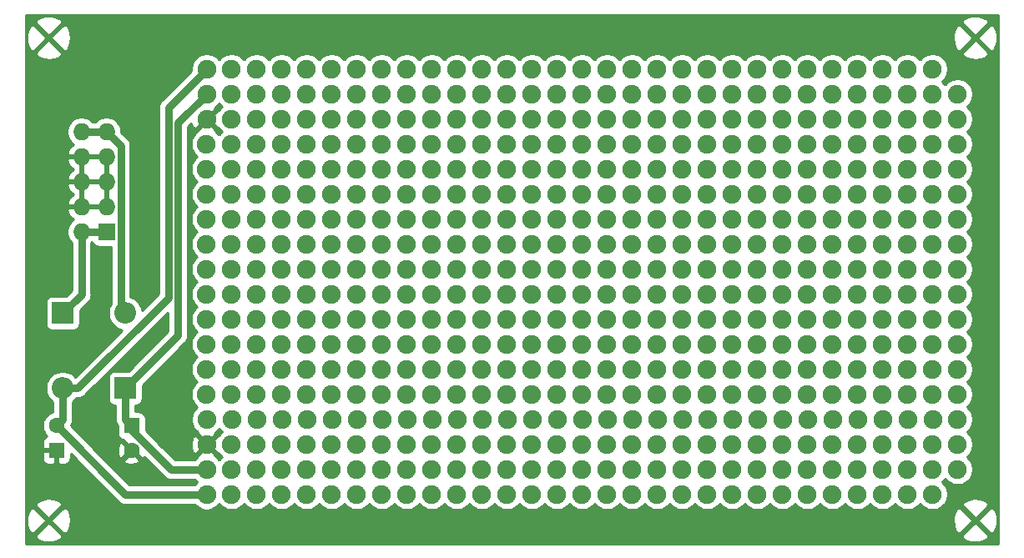
<source format=gbr>
G04 #@! TF.GenerationSoftware,KiCad,Pcbnew,5.1.10-88a1d61d58~90~ubuntu20.04.1*
G04 #@! TF.CreationDate,2021-08-07T14:05:23-04:00*
G04 #@! TF.ProjectId,kosmo_proto,6b6f736d-6f5f-4707-926f-746f2e6b6963,rev?*
G04 #@! TF.SameCoordinates,Original*
G04 #@! TF.FileFunction,Copper,L1,Top*
G04 #@! TF.FilePolarity,Positive*
%FSLAX46Y46*%
G04 Gerber Fmt 4.6, Leading zero omitted, Abs format (unit mm)*
G04 Created by KiCad (PCBNEW 5.1.10-88a1d61d58~90~ubuntu20.04.1) date 2021-08-07 14:05:23*
%MOMM*%
%LPD*%
G01*
G04 APERTURE LIST*
G04 #@! TA.AperFunction,ComponentPad*
%ADD10C,1.600000*%
G04 #@! TD*
G04 #@! TA.AperFunction,ComponentPad*
%ADD11R,1.600000X1.600000*%
G04 #@! TD*
G04 #@! TA.AperFunction,ComponentPad*
%ADD12O,2.200000X2.200000*%
G04 #@! TD*
G04 #@! TA.AperFunction,ComponentPad*
%ADD13R,2.200000X2.200000*%
G04 #@! TD*
G04 #@! TA.AperFunction,ComponentPad*
%ADD14O,1.727200X1.727200*%
G04 #@! TD*
G04 #@! TA.AperFunction,ComponentPad*
%ADD15R,1.727200X1.727200*%
G04 #@! TD*
G04 #@! TA.AperFunction,ComponentPad*
%ADD16C,1.905000*%
G04 #@! TD*
G04 #@! TA.AperFunction,Conductor*
%ADD17C,0.750000*%
G04 #@! TD*
G04 #@! TA.AperFunction,Conductor*
%ADD18C,0.254000*%
G04 #@! TD*
G04 #@! TA.AperFunction,Conductor*
%ADD19C,0.100000*%
G04 #@! TD*
G04 APERTURE END LIST*
D10*
X49530000Y-95885000D03*
D11*
X49530000Y-98385000D03*
D10*
X57150000Y-98385000D03*
D11*
X57150000Y-95885000D03*
D12*
X56515000Y-84455000D03*
D13*
X56515000Y-92075000D03*
D12*
X50165000Y-92075000D03*
D13*
X50165000Y-84455000D03*
D14*
X52070000Y-66040000D03*
X54610000Y-66040000D03*
X52070000Y-68580000D03*
X54610000Y-68580000D03*
X52070000Y-71120000D03*
X54610000Y-71120000D03*
X52070000Y-73660000D03*
X54610000Y-73660000D03*
X52070000Y-76200000D03*
D15*
X54610000Y-76200000D03*
D16*
X74917300Y-59664600D03*
X69837300Y-97764600D03*
X74917300Y-102844600D03*
X74917300Y-100304600D03*
X72377300Y-102844600D03*
X74917300Y-97764600D03*
X79997300Y-102844600D03*
X77457300Y-62204600D03*
X67297300Y-97764600D03*
X79997300Y-82524600D03*
X77457300Y-90144600D03*
X77457300Y-74904600D03*
X74917300Y-72364600D03*
X77457300Y-87604600D03*
X79997300Y-92684600D03*
X74917300Y-74904600D03*
X79997300Y-79984600D03*
X74917300Y-79984600D03*
X74917300Y-82524600D03*
X77457300Y-67284600D03*
X77457300Y-69824600D03*
X77457300Y-82524600D03*
X74917300Y-77444600D03*
X80010000Y-95250000D03*
X77457300Y-77444600D03*
X79997300Y-90144600D03*
X77457300Y-85064600D03*
X74917300Y-67284600D03*
X79997300Y-77444600D03*
X74917300Y-92684600D03*
X79997300Y-74904600D03*
X77457300Y-92684600D03*
X77470000Y-95250000D03*
X74917300Y-85064600D03*
X77457300Y-79984600D03*
X79997300Y-87604600D03*
X74917300Y-69824600D03*
X79997300Y-69824600D03*
X74917300Y-87604600D03*
X74930000Y-95250000D03*
X72377300Y-62204600D03*
X67297300Y-59664600D03*
X79997300Y-59664600D03*
X67297300Y-102844600D03*
X72377300Y-100304600D03*
X67297300Y-64744600D03*
X67297300Y-100304600D03*
X69837300Y-102844600D03*
X79997300Y-64744600D03*
X77457300Y-97764600D03*
X77457300Y-59664600D03*
X69837300Y-100304600D03*
X69837300Y-64744600D03*
X69837300Y-69824600D03*
X64757300Y-67284600D03*
X79997300Y-85064600D03*
X79997300Y-67284600D03*
X74917300Y-90144600D03*
X77457300Y-72364600D03*
X79997300Y-72364600D03*
X72377300Y-82524600D03*
X72377300Y-92684600D03*
X72377300Y-79984600D03*
X72390000Y-95250000D03*
X72377300Y-90144600D03*
X72377300Y-77444600D03*
X72377300Y-74904600D03*
X72377300Y-87604600D03*
X72377300Y-69824600D03*
X72377300Y-85064600D03*
X72377300Y-67284600D03*
X72377300Y-72364600D03*
X69837300Y-90144600D03*
X69837300Y-74904600D03*
X69837300Y-87604600D03*
X69837300Y-67284600D03*
X69837300Y-82524600D03*
X69837300Y-77444600D03*
X69837300Y-85064600D03*
X69837300Y-92684600D03*
X69850000Y-95250000D03*
X69837300Y-79984600D03*
X69837300Y-72364600D03*
X67297300Y-72364600D03*
X67297300Y-74904600D03*
X67297300Y-79984600D03*
X67297300Y-82524600D03*
X67297300Y-77444600D03*
X67297300Y-67284600D03*
X67297300Y-92684600D03*
X67297300Y-85064600D03*
X67297300Y-69824600D03*
X67297300Y-87604600D03*
X67310000Y-95250000D03*
X67297300Y-90144600D03*
X64757300Y-69824600D03*
X64757300Y-72364600D03*
X64757300Y-74904600D03*
X64757300Y-77444600D03*
X64757300Y-79984600D03*
X64757300Y-82524600D03*
X64757300Y-85064600D03*
X64757300Y-87604600D03*
X64757300Y-90144600D03*
X64757300Y-92684600D03*
X64770000Y-59690000D03*
X64770000Y-102870000D03*
X64770000Y-64770000D03*
X64770000Y-97790000D03*
X64770000Y-62230000D03*
X64770000Y-100330000D03*
X64770000Y-95250000D03*
X69837300Y-62204600D03*
X77457300Y-102844600D03*
X74917300Y-62204600D03*
X79997300Y-97764600D03*
X79997300Y-100304600D03*
X72377300Y-59664600D03*
X77457300Y-64744600D03*
X67297300Y-62204600D03*
X79997300Y-62204600D03*
X74917300Y-64744600D03*
X69837300Y-59664600D03*
X72377300Y-64744600D03*
X72377300Y-97764600D03*
X77457300Y-100304600D03*
X110477300Y-102844600D03*
X125717300Y-102844600D03*
X138417300Y-102844600D03*
X128257300Y-102844600D03*
X133337300Y-102844600D03*
X85077300Y-102844600D03*
X92697300Y-102844600D03*
X97777300Y-102844600D03*
X100317300Y-102844600D03*
X102857300Y-102844600D03*
X95237300Y-102844600D03*
X118097300Y-102844600D03*
X113017300Y-102844600D03*
X115557300Y-102844600D03*
X130797300Y-102844600D03*
X105397300Y-102844600D03*
X123177300Y-102844600D03*
X82537300Y-102844600D03*
X90157300Y-102844600D03*
X87617300Y-102844600D03*
X135877300Y-102844600D03*
X120637300Y-102844600D03*
X107937300Y-102844600D03*
X110477300Y-100304600D03*
X125717300Y-100304600D03*
X138417300Y-100304600D03*
X128257300Y-100304600D03*
X133337300Y-100304600D03*
X140957300Y-100304600D03*
X85077300Y-100304600D03*
X92697300Y-100304600D03*
X97777300Y-100304600D03*
X100317300Y-100304600D03*
X102857300Y-100304600D03*
X95237300Y-100304600D03*
X118097300Y-100304600D03*
X113017300Y-100304600D03*
X115557300Y-100304600D03*
X130797300Y-100304600D03*
X105397300Y-100304600D03*
X123177300Y-100304600D03*
X82537300Y-100304600D03*
X90157300Y-100304600D03*
X87617300Y-100304600D03*
X135877300Y-100304600D03*
X120637300Y-100304600D03*
X107937300Y-100304600D03*
X110477300Y-97764600D03*
X125717300Y-97764600D03*
X138417300Y-97764600D03*
X128257300Y-97764600D03*
X133337300Y-97764600D03*
X140957300Y-97764600D03*
X85077300Y-97764600D03*
X92697300Y-97764600D03*
X97777300Y-97764600D03*
X100317300Y-97764600D03*
X102857300Y-97764600D03*
X95237300Y-97764600D03*
X118097300Y-97764600D03*
X113017300Y-97764600D03*
X115557300Y-97764600D03*
X130797300Y-97764600D03*
X105397300Y-97764600D03*
X123177300Y-97764600D03*
X82537300Y-97764600D03*
X90157300Y-97764600D03*
X87617300Y-97764600D03*
X135877300Y-97764600D03*
X120637300Y-97764600D03*
X107937300Y-97764600D03*
X110477300Y-59664600D03*
X125717300Y-59664600D03*
X138417300Y-59664600D03*
X128257300Y-59664600D03*
X133337300Y-59664600D03*
X85077300Y-59664600D03*
X92697300Y-59664600D03*
X97777300Y-59664600D03*
X100317300Y-59664600D03*
X102857300Y-59664600D03*
X95237300Y-59664600D03*
X118097300Y-59664600D03*
X113017300Y-59664600D03*
X115557300Y-59664600D03*
X130797300Y-59664600D03*
X105397300Y-59664600D03*
X123177300Y-59664600D03*
X82537300Y-59664600D03*
X90157300Y-59664600D03*
X87617300Y-59664600D03*
X135877300Y-59664600D03*
X120637300Y-59664600D03*
X107937300Y-59664600D03*
X110477300Y-62204600D03*
X125717300Y-62204600D03*
X138417300Y-62204600D03*
X128257300Y-62204600D03*
X133337300Y-62204600D03*
X140957300Y-62204600D03*
X85077300Y-62204600D03*
X92697300Y-62204600D03*
X97777300Y-62204600D03*
X100317300Y-62204600D03*
X102857300Y-62204600D03*
X95237300Y-62204600D03*
X118097300Y-62204600D03*
X113017300Y-62204600D03*
X115557300Y-62204600D03*
X130797300Y-62204600D03*
X105397300Y-62204600D03*
X123177300Y-62204600D03*
X82537300Y-62204600D03*
X90157300Y-62204600D03*
X87617300Y-62204600D03*
X135877300Y-62204600D03*
X120637300Y-62204600D03*
X107937300Y-62204600D03*
X110477300Y-64744600D03*
X125717300Y-64744600D03*
X138417300Y-64744600D03*
X128257300Y-64744600D03*
X133337300Y-64744600D03*
X140957300Y-64744600D03*
X85077300Y-64744600D03*
X92697300Y-64744600D03*
X97777300Y-64744600D03*
X100317300Y-64744600D03*
X102857300Y-64744600D03*
X95237300Y-64744600D03*
X118097300Y-64744600D03*
X113017300Y-64744600D03*
X115557300Y-64744600D03*
X130797300Y-64744600D03*
X105397300Y-64744600D03*
X123177300Y-64744600D03*
X82537300Y-64744600D03*
X90157300Y-64744600D03*
X87617300Y-64744600D03*
X135877300Y-64744600D03*
X120637300Y-64744600D03*
X107937300Y-64744600D03*
X140957300Y-82524600D03*
X140957300Y-79984600D03*
X140957300Y-87604600D03*
X140957300Y-92684600D03*
X140957300Y-90144600D03*
X140957300Y-95224600D03*
X140957300Y-85064600D03*
X140957300Y-67284600D03*
X140957300Y-77444600D03*
X140957300Y-69824600D03*
X140957300Y-72364600D03*
X140957300Y-74904600D03*
X110477300Y-82524600D03*
X130797300Y-74904600D03*
X107937300Y-90144600D03*
X130797300Y-77444600D03*
X120637300Y-90144600D03*
X120637300Y-72364600D03*
X128257300Y-72364600D03*
X133337300Y-85064600D03*
X125717300Y-69824600D03*
X107937300Y-74904600D03*
X105397300Y-72364600D03*
X135877300Y-77444600D03*
X107937300Y-87604600D03*
X135877300Y-72364600D03*
X138417300Y-87604600D03*
X118097300Y-90144600D03*
X138417300Y-77444600D03*
X125717300Y-82524600D03*
X110477300Y-92684600D03*
X105397300Y-74904600D03*
X133337300Y-72364600D03*
X135877300Y-82524600D03*
X128257300Y-82524600D03*
X123177300Y-87604600D03*
X115557300Y-77444600D03*
X113017300Y-79984600D03*
X135877300Y-67284600D03*
X118097300Y-92684600D03*
X123177300Y-79984600D03*
X138417300Y-79984600D03*
X125717300Y-90144600D03*
X123177300Y-67284600D03*
X125717300Y-79984600D03*
X118097300Y-87604600D03*
X118097300Y-74904600D03*
X133337300Y-79984600D03*
X130797300Y-90144600D03*
X113030000Y-95250000D03*
X120637300Y-69824600D03*
X133337300Y-82524600D03*
X115557300Y-79984600D03*
X113017300Y-67284600D03*
X133337300Y-69824600D03*
X128257300Y-87604600D03*
X125717300Y-85064600D03*
X110477300Y-79984600D03*
X115570000Y-95250000D03*
X113017300Y-90144600D03*
X115557300Y-82524600D03*
X105397300Y-79984600D03*
X138417300Y-67284600D03*
X105397300Y-82524600D03*
X130797300Y-85064600D03*
X123190000Y-95250000D03*
X118097300Y-82524600D03*
X107937300Y-67284600D03*
X123177300Y-77444600D03*
X125730000Y-95250000D03*
X138417300Y-85064600D03*
X113017300Y-87604600D03*
X130797300Y-79984600D03*
X135877300Y-90144600D03*
X115557300Y-90144600D03*
X118097300Y-79984600D03*
X123177300Y-90144600D03*
X138417300Y-72364600D03*
X113017300Y-92684600D03*
X118097300Y-67284600D03*
X138417300Y-74904600D03*
X107937300Y-69824600D03*
X107937300Y-82524600D03*
X128257300Y-79984600D03*
X125717300Y-74904600D03*
X105397300Y-77444600D03*
X120637300Y-92684600D03*
X110490000Y-95250000D03*
X133337300Y-90144600D03*
X130797300Y-69824600D03*
X107937300Y-77444600D03*
X133337300Y-92684600D03*
X113017300Y-74904600D03*
X123177300Y-82524600D03*
X123177300Y-72364600D03*
X130797300Y-82524600D03*
X130797300Y-72364600D03*
X138430000Y-95250000D03*
X110477300Y-90144600D03*
X130797300Y-87604600D03*
X130810000Y-95250000D03*
X113017300Y-69824600D03*
X115557300Y-69824600D03*
X107937300Y-85064600D03*
X133337300Y-74904600D03*
X105397300Y-67284600D03*
X110477300Y-77444600D03*
X138417300Y-82524600D03*
X125717300Y-87604600D03*
X105397300Y-92684600D03*
X113017300Y-72364600D03*
X138417300Y-90144600D03*
X110477300Y-74904600D03*
X107937300Y-92684600D03*
X128257300Y-90144600D03*
X115557300Y-74904600D03*
X125717300Y-72364600D03*
X113017300Y-77444600D03*
X138417300Y-69824600D03*
X120637300Y-74904600D03*
X107950000Y-95250000D03*
X105397300Y-85064600D03*
X128257300Y-77444600D03*
X135877300Y-69824600D03*
X123177300Y-85064600D03*
X118097300Y-85064600D03*
X128257300Y-85064600D03*
X113017300Y-82524600D03*
X107937300Y-79984600D03*
X123177300Y-69824600D03*
X128270000Y-95250000D03*
X110477300Y-87604600D03*
X133350000Y-95250000D03*
X105397300Y-69824600D03*
X110477300Y-69824600D03*
X115557300Y-72364600D03*
X115557300Y-92684600D03*
X135877300Y-74904600D03*
X115557300Y-87604600D03*
X123177300Y-92684600D03*
X128257300Y-67284600D03*
X105397300Y-87604600D03*
X128257300Y-69824600D03*
X130797300Y-67284600D03*
X118097300Y-72364600D03*
X115557300Y-85064600D03*
X120637300Y-77444600D03*
X125717300Y-92684600D03*
X125717300Y-77444600D03*
X118097300Y-69824600D03*
X135877300Y-92684600D03*
X118097300Y-77444600D03*
X105410000Y-95250000D03*
X120637300Y-82524600D03*
X110477300Y-85064600D03*
X135877300Y-85064600D03*
X120637300Y-79984600D03*
X128257300Y-92684600D03*
X110477300Y-67284600D03*
X118110000Y-95250000D03*
X123177300Y-74904600D03*
X125717300Y-67284600D03*
X133337300Y-87604600D03*
X120637300Y-85064600D03*
X130797300Y-92684600D03*
X105397300Y-90144600D03*
X120650000Y-95250000D03*
X113017300Y-85064600D03*
X135877300Y-79984600D03*
X133337300Y-67284600D03*
X135877300Y-87604600D03*
X133337300Y-77444600D03*
X138417300Y-92684600D03*
X120637300Y-67284600D03*
X107937300Y-72364600D03*
X120637300Y-87604600D03*
X128257300Y-74904600D03*
X135890000Y-95250000D03*
X115557300Y-67284600D03*
X110477300Y-72364600D03*
X100317300Y-74904600D03*
X100317300Y-77444600D03*
X97777300Y-72364600D03*
X102857300Y-85064600D03*
X95237300Y-69824600D03*
X95237300Y-82524600D03*
X102857300Y-72364600D03*
X97777300Y-82524600D03*
X95237300Y-90144600D03*
X95237300Y-79984600D03*
X102857300Y-79984600D03*
X100317300Y-90144600D03*
X102857300Y-82524600D03*
X102857300Y-69824600D03*
X97777300Y-87604600D03*
X95237300Y-85064600D03*
X100317300Y-85064600D03*
X95250000Y-95250000D03*
X100317300Y-79984600D03*
X97777300Y-79984600D03*
X95237300Y-74904600D03*
X102857300Y-90144600D03*
X100317300Y-69824600D03*
X102857300Y-92684600D03*
X100317300Y-82524600D03*
X100317300Y-72364600D03*
X100317300Y-87604600D03*
X100330000Y-95250000D03*
X102857300Y-74904600D03*
X95237300Y-87604600D03*
X97777300Y-90144600D03*
X95237300Y-72364600D03*
X97777300Y-77444600D03*
X97777300Y-85064600D03*
X97790000Y-95250000D03*
X102870000Y-95250000D03*
X97777300Y-67284600D03*
X97777300Y-69824600D03*
X100317300Y-67284600D03*
X95237300Y-92684600D03*
X95237300Y-77444600D03*
X97777300Y-92684600D03*
X95237300Y-67284600D03*
X102857300Y-87604600D03*
X100317300Y-92684600D03*
X102857300Y-67284600D03*
X102857300Y-77444600D03*
X97777300Y-74904600D03*
X90157300Y-90144600D03*
X90157300Y-72364600D03*
X87617300Y-90144600D03*
X92697300Y-87604600D03*
X85077300Y-77444600D03*
X87617300Y-92684600D03*
X92697300Y-79984600D03*
X92697300Y-67284600D03*
X87617300Y-87604600D03*
X87617300Y-74904600D03*
X90157300Y-69824600D03*
X85077300Y-79984600D03*
X85090000Y-95250000D03*
X85077300Y-82524600D03*
X92710000Y-95250000D03*
X87617300Y-82524600D03*
X92697300Y-77444600D03*
X85077300Y-90144600D03*
X87617300Y-79984600D03*
X92697300Y-90144600D03*
X87617300Y-67284600D03*
X90157300Y-92684600D03*
X92697300Y-82524600D03*
X92697300Y-72364600D03*
X85077300Y-69824600D03*
X85077300Y-74904600D03*
X90157300Y-74904600D03*
X92697300Y-85064600D03*
X87617300Y-85064600D03*
X92697300Y-69824600D03*
X85077300Y-72364600D03*
X85077300Y-92684600D03*
X85077300Y-87604600D03*
X92697300Y-92684600D03*
X87617300Y-72364600D03*
X85077300Y-85064600D03*
X90157300Y-77444600D03*
X87617300Y-69824600D03*
X87617300Y-77444600D03*
X90157300Y-82524600D03*
X90157300Y-79984600D03*
X87630000Y-95250000D03*
X92697300Y-74904600D03*
X90157300Y-85064600D03*
X90170000Y-95250000D03*
X90157300Y-67284600D03*
X90157300Y-87604600D03*
X85077300Y-67284600D03*
X82537300Y-79984600D03*
X82550000Y-95250000D03*
X82537300Y-67284600D03*
X82537300Y-90144600D03*
X82537300Y-87604600D03*
X82537300Y-92684600D03*
X82537300Y-74904600D03*
X82537300Y-69824600D03*
X82537300Y-72364600D03*
X82537300Y-77444600D03*
X82537300Y-82524600D03*
X82537300Y-85064600D03*
D17*
X61849000Y-65151000D02*
X64770000Y-62230000D01*
X61849000Y-86741000D02*
X61849000Y-65151000D01*
X56515000Y-92075000D02*
X61849000Y-86741000D01*
X56515000Y-95250000D02*
X57150000Y-95885000D01*
X56515000Y-92075000D02*
X56515000Y-95250000D01*
X61130002Y-100330000D02*
X64770000Y-100330000D01*
X57150000Y-96349998D02*
X61130002Y-100330000D01*
X57150000Y-95885000D02*
X57150000Y-96349998D01*
X60898990Y-63561010D02*
X64770000Y-59690000D01*
X60898990Y-82896644D02*
X60898990Y-63561010D01*
X51720634Y-92075000D02*
X60898990Y-82896644D01*
X50165000Y-92075000D02*
X51720634Y-92075000D01*
X50165000Y-95250000D02*
X49530000Y-95885000D01*
X50165000Y-92075000D02*
X50165000Y-95250000D01*
X56515000Y-102870000D02*
X64770000Y-102870000D01*
X49530000Y-95885000D02*
X56515000Y-102870000D01*
X52070000Y-66040000D02*
X54610000Y-66040000D01*
X56048601Y-83988601D02*
X56515000Y-84455000D01*
X56048601Y-67478601D02*
X56048601Y-83988601D01*
X54610000Y-66040000D02*
X56048601Y-67478601D01*
X54610000Y-76200000D02*
X52070000Y-76200000D01*
X52070000Y-82550000D02*
X50165000Y-84455000D01*
X52070000Y-76200000D02*
X52070000Y-82550000D01*
D18*
X145090001Y-107840000D02*
X46410000Y-107840000D01*
X46410000Y-107062845D01*
X47366761Y-107062845D01*
X47534802Y-107388643D01*
X47926607Y-107589426D01*
X48350055Y-107709914D01*
X48788873Y-107745476D01*
X49226197Y-107694746D01*
X49645221Y-107559674D01*
X49965198Y-107388643D01*
X50133239Y-107062845D01*
X141366761Y-107062845D01*
X141534802Y-107388643D01*
X141926607Y-107589426D01*
X142350055Y-107709914D01*
X142788873Y-107745476D01*
X143226197Y-107694746D01*
X143645221Y-107559674D01*
X143965198Y-107388643D01*
X144133239Y-107062845D01*
X142750000Y-105679605D01*
X141366761Y-107062845D01*
X50133239Y-107062845D01*
X48750000Y-105679605D01*
X47366761Y-107062845D01*
X46410000Y-107062845D01*
X46410000Y-105538873D01*
X46504524Y-105538873D01*
X46555254Y-105976197D01*
X46690326Y-106395221D01*
X46861357Y-106715198D01*
X47187155Y-106883239D01*
X48570395Y-105500000D01*
X48929605Y-105500000D01*
X50312845Y-106883239D01*
X50638643Y-106715198D01*
X50839426Y-106323393D01*
X50959914Y-105899945D01*
X50989175Y-105538873D01*
X140504524Y-105538873D01*
X140555254Y-105976197D01*
X140690326Y-106395221D01*
X140861357Y-106715198D01*
X141187155Y-106883239D01*
X142570395Y-105500000D01*
X142929605Y-105500000D01*
X144312845Y-106883239D01*
X144638643Y-106715198D01*
X144839426Y-106323393D01*
X144959914Y-105899945D01*
X144995476Y-105461127D01*
X144944746Y-105023803D01*
X144809674Y-104604779D01*
X144638643Y-104284802D01*
X144312845Y-104116761D01*
X142929605Y-105500000D01*
X142570395Y-105500000D01*
X141187155Y-104116761D01*
X140861357Y-104284802D01*
X140660574Y-104676607D01*
X140540086Y-105100055D01*
X140504524Y-105538873D01*
X50989175Y-105538873D01*
X50995476Y-105461127D01*
X50944746Y-105023803D01*
X50809674Y-104604779D01*
X50638643Y-104284802D01*
X50312845Y-104116761D01*
X48929605Y-105500000D01*
X48570395Y-105500000D01*
X47187155Y-104116761D01*
X46861357Y-104284802D01*
X46660574Y-104676607D01*
X46540086Y-105100055D01*
X46504524Y-105538873D01*
X46410000Y-105538873D01*
X46410000Y-103937155D01*
X47366761Y-103937155D01*
X48750000Y-105320395D01*
X50133239Y-103937155D01*
X49965198Y-103611357D01*
X49573393Y-103410574D01*
X49149945Y-103290086D01*
X48711127Y-103254524D01*
X48273803Y-103305254D01*
X47854779Y-103440326D01*
X47534802Y-103611357D01*
X47366761Y-103937155D01*
X46410000Y-103937155D01*
X46410000Y-99185000D01*
X48091928Y-99185000D01*
X48104188Y-99309482D01*
X48140498Y-99429180D01*
X48199463Y-99539494D01*
X48278815Y-99636185D01*
X48375506Y-99715537D01*
X48485820Y-99774502D01*
X48605518Y-99810812D01*
X48730000Y-99823072D01*
X49244250Y-99820000D01*
X49403000Y-99661250D01*
X49403000Y-98512000D01*
X48253750Y-98512000D01*
X48095000Y-98670750D01*
X48091928Y-99185000D01*
X46410000Y-99185000D01*
X46410000Y-97585000D01*
X48091928Y-97585000D01*
X48095000Y-98099250D01*
X48253750Y-98258000D01*
X49403000Y-98258000D01*
X49403000Y-98238000D01*
X49657000Y-98238000D01*
X49657000Y-98258000D01*
X49677000Y-98258000D01*
X49677000Y-98512000D01*
X49657000Y-98512000D01*
X49657000Y-99661250D01*
X49815750Y-99820000D01*
X50330000Y-99823072D01*
X50454482Y-99810812D01*
X50574180Y-99774502D01*
X50684494Y-99715537D01*
X50781185Y-99636185D01*
X50860537Y-99539494D01*
X50919502Y-99429180D01*
X50955812Y-99309482D01*
X50968072Y-99185000D01*
X50965466Y-98748822D01*
X55765744Y-103549100D01*
X55797367Y-103587633D01*
X55951160Y-103713847D01*
X56126620Y-103807632D01*
X56317005Y-103865385D01*
X56515000Y-103884886D01*
X56564608Y-103880000D01*
X63535590Y-103880000D01*
X63536908Y-103881972D01*
X63758028Y-104103092D01*
X64018037Y-104276824D01*
X64306943Y-104396493D01*
X64613645Y-104457500D01*
X64926355Y-104457500D01*
X65233057Y-104396493D01*
X65521963Y-104276824D01*
X65781972Y-104103092D01*
X66003092Y-103881972D01*
X66042136Y-103823539D01*
X66064208Y-103856572D01*
X66285328Y-104077692D01*
X66545337Y-104251424D01*
X66834243Y-104371093D01*
X67140945Y-104432100D01*
X67453655Y-104432100D01*
X67760357Y-104371093D01*
X68049263Y-104251424D01*
X68309272Y-104077692D01*
X68530392Y-103856572D01*
X68567300Y-103801335D01*
X68604208Y-103856572D01*
X68825328Y-104077692D01*
X69085337Y-104251424D01*
X69374243Y-104371093D01*
X69680945Y-104432100D01*
X69993655Y-104432100D01*
X70300357Y-104371093D01*
X70589263Y-104251424D01*
X70849272Y-104077692D01*
X71070392Y-103856572D01*
X71107300Y-103801335D01*
X71144208Y-103856572D01*
X71365328Y-104077692D01*
X71625337Y-104251424D01*
X71914243Y-104371093D01*
X72220945Y-104432100D01*
X72533655Y-104432100D01*
X72840357Y-104371093D01*
X73129263Y-104251424D01*
X73389272Y-104077692D01*
X73610392Y-103856572D01*
X73647300Y-103801335D01*
X73684208Y-103856572D01*
X73905328Y-104077692D01*
X74165337Y-104251424D01*
X74454243Y-104371093D01*
X74760945Y-104432100D01*
X75073655Y-104432100D01*
X75380357Y-104371093D01*
X75669263Y-104251424D01*
X75929272Y-104077692D01*
X76150392Y-103856572D01*
X76187300Y-103801335D01*
X76224208Y-103856572D01*
X76445328Y-104077692D01*
X76705337Y-104251424D01*
X76994243Y-104371093D01*
X77300945Y-104432100D01*
X77613655Y-104432100D01*
X77920357Y-104371093D01*
X78209263Y-104251424D01*
X78469272Y-104077692D01*
X78690392Y-103856572D01*
X78727300Y-103801335D01*
X78764208Y-103856572D01*
X78985328Y-104077692D01*
X79245337Y-104251424D01*
X79534243Y-104371093D01*
X79840945Y-104432100D01*
X80153655Y-104432100D01*
X80460357Y-104371093D01*
X80749263Y-104251424D01*
X81009272Y-104077692D01*
X81230392Y-103856572D01*
X81267300Y-103801335D01*
X81304208Y-103856572D01*
X81525328Y-104077692D01*
X81785337Y-104251424D01*
X82074243Y-104371093D01*
X82380945Y-104432100D01*
X82693655Y-104432100D01*
X83000357Y-104371093D01*
X83289263Y-104251424D01*
X83549272Y-104077692D01*
X83770392Y-103856572D01*
X83807300Y-103801335D01*
X83844208Y-103856572D01*
X84065328Y-104077692D01*
X84325337Y-104251424D01*
X84614243Y-104371093D01*
X84920945Y-104432100D01*
X85233655Y-104432100D01*
X85540357Y-104371093D01*
X85829263Y-104251424D01*
X86089272Y-104077692D01*
X86310392Y-103856572D01*
X86347300Y-103801335D01*
X86384208Y-103856572D01*
X86605328Y-104077692D01*
X86865337Y-104251424D01*
X87154243Y-104371093D01*
X87460945Y-104432100D01*
X87773655Y-104432100D01*
X88080357Y-104371093D01*
X88369263Y-104251424D01*
X88629272Y-104077692D01*
X88850392Y-103856572D01*
X88887300Y-103801335D01*
X88924208Y-103856572D01*
X89145328Y-104077692D01*
X89405337Y-104251424D01*
X89694243Y-104371093D01*
X90000945Y-104432100D01*
X90313655Y-104432100D01*
X90620357Y-104371093D01*
X90909263Y-104251424D01*
X91169272Y-104077692D01*
X91390392Y-103856572D01*
X91427300Y-103801335D01*
X91464208Y-103856572D01*
X91685328Y-104077692D01*
X91945337Y-104251424D01*
X92234243Y-104371093D01*
X92540945Y-104432100D01*
X92853655Y-104432100D01*
X93160357Y-104371093D01*
X93449263Y-104251424D01*
X93709272Y-104077692D01*
X93930392Y-103856572D01*
X93967300Y-103801335D01*
X94004208Y-103856572D01*
X94225328Y-104077692D01*
X94485337Y-104251424D01*
X94774243Y-104371093D01*
X95080945Y-104432100D01*
X95393655Y-104432100D01*
X95700357Y-104371093D01*
X95989263Y-104251424D01*
X96249272Y-104077692D01*
X96470392Y-103856572D01*
X96507300Y-103801335D01*
X96544208Y-103856572D01*
X96765328Y-104077692D01*
X97025337Y-104251424D01*
X97314243Y-104371093D01*
X97620945Y-104432100D01*
X97933655Y-104432100D01*
X98240357Y-104371093D01*
X98529263Y-104251424D01*
X98789272Y-104077692D01*
X99010392Y-103856572D01*
X99047300Y-103801335D01*
X99084208Y-103856572D01*
X99305328Y-104077692D01*
X99565337Y-104251424D01*
X99854243Y-104371093D01*
X100160945Y-104432100D01*
X100473655Y-104432100D01*
X100780357Y-104371093D01*
X101069263Y-104251424D01*
X101329272Y-104077692D01*
X101550392Y-103856572D01*
X101587300Y-103801335D01*
X101624208Y-103856572D01*
X101845328Y-104077692D01*
X102105337Y-104251424D01*
X102394243Y-104371093D01*
X102700945Y-104432100D01*
X103013655Y-104432100D01*
X103320357Y-104371093D01*
X103609263Y-104251424D01*
X103869272Y-104077692D01*
X104090392Y-103856572D01*
X104127300Y-103801335D01*
X104164208Y-103856572D01*
X104385328Y-104077692D01*
X104645337Y-104251424D01*
X104934243Y-104371093D01*
X105240945Y-104432100D01*
X105553655Y-104432100D01*
X105860357Y-104371093D01*
X106149263Y-104251424D01*
X106409272Y-104077692D01*
X106630392Y-103856572D01*
X106667300Y-103801335D01*
X106704208Y-103856572D01*
X106925328Y-104077692D01*
X107185337Y-104251424D01*
X107474243Y-104371093D01*
X107780945Y-104432100D01*
X108093655Y-104432100D01*
X108400357Y-104371093D01*
X108689263Y-104251424D01*
X108949272Y-104077692D01*
X109170392Y-103856572D01*
X109207300Y-103801335D01*
X109244208Y-103856572D01*
X109465328Y-104077692D01*
X109725337Y-104251424D01*
X110014243Y-104371093D01*
X110320945Y-104432100D01*
X110633655Y-104432100D01*
X110940357Y-104371093D01*
X111229263Y-104251424D01*
X111489272Y-104077692D01*
X111710392Y-103856572D01*
X111747300Y-103801335D01*
X111784208Y-103856572D01*
X112005328Y-104077692D01*
X112265337Y-104251424D01*
X112554243Y-104371093D01*
X112860945Y-104432100D01*
X113173655Y-104432100D01*
X113480357Y-104371093D01*
X113769263Y-104251424D01*
X114029272Y-104077692D01*
X114250392Y-103856572D01*
X114287300Y-103801335D01*
X114324208Y-103856572D01*
X114545328Y-104077692D01*
X114805337Y-104251424D01*
X115094243Y-104371093D01*
X115400945Y-104432100D01*
X115713655Y-104432100D01*
X116020357Y-104371093D01*
X116309263Y-104251424D01*
X116569272Y-104077692D01*
X116790392Y-103856572D01*
X116827300Y-103801335D01*
X116864208Y-103856572D01*
X117085328Y-104077692D01*
X117345337Y-104251424D01*
X117634243Y-104371093D01*
X117940945Y-104432100D01*
X118253655Y-104432100D01*
X118560357Y-104371093D01*
X118849263Y-104251424D01*
X119109272Y-104077692D01*
X119330392Y-103856572D01*
X119367300Y-103801335D01*
X119404208Y-103856572D01*
X119625328Y-104077692D01*
X119885337Y-104251424D01*
X120174243Y-104371093D01*
X120480945Y-104432100D01*
X120793655Y-104432100D01*
X121100357Y-104371093D01*
X121389263Y-104251424D01*
X121649272Y-104077692D01*
X121870392Y-103856572D01*
X121907300Y-103801335D01*
X121944208Y-103856572D01*
X122165328Y-104077692D01*
X122425337Y-104251424D01*
X122714243Y-104371093D01*
X123020945Y-104432100D01*
X123333655Y-104432100D01*
X123640357Y-104371093D01*
X123929263Y-104251424D01*
X124189272Y-104077692D01*
X124410392Y-103856572D01*
X124447300Y-103801335D01*
X124484208Y-103856572D01*
X124705328Y-104077692D01*
X124965337Y-104251424D01*
X125254243Y-104371093D01*
X125560945Y-104432100D01*
X125873655Y-104432100D01*
X126180357Y-104371093D01*
X126469263Y-104251424D01*
X126729272Y-104077692D01*
X126950392Y-103856572D01*
X126987300Y-103801335D01*
X127024208Y-103856572D01*
X127245328Y-104077692D01*
X127505337Y-104251424D01*
X127794243Y-104371093D01*
X128100945Y-104432100D01*
X128413655Y-104432100D01*
X128720357Y-104371093D01*
X129009263Y-104251424D01*
X129269272Y-104077692D01*
X129490392Y-103856572D01*
X129527300Y-103801335D01*
X129564208Y-103856572D01*
X129785328Y-104077692D01*
X130045337Y-104251424D01*
X130334243Y-104371093D01*
X130640945Y-104432100D01*
X130953655Y-104432100D01*
X131260357Y-104371093D01*
X131549263Y-104251424D01*
X131809272Y-104077692D01*
X132030392Y-103856572D01*
X132067300Y-103801335D01*
X132104208Y-103856572D01*
X132325328Y-104077692D01*
X132585337Y-104251424D01*
X132874243Y-104371093D01*
X133180945Y-104432100D01*
X133493655Y-104432100D01*
X133800357Y-104371093D01*
X134089263Y-104251424D01*
X134349272Y-104077692D01*
X134570392Y-103856572D01*
X134607300Y-103801335D01*
X134644208Y-103856572D01*
X134865328Y-104077692D01*
X135125337Y-104251424D01*
X135414243Y-104371093D01*
X135720945Y-104432100D01*
X136033655Y-104432100D01*
X136340357Y-104371093D01*
X136629263Y-104251424D01*
X136889272Y-104077692D01*
X137110392Y-103856572D01*
X137147300Y-103801335D01*
X137184208Y-103856572D01*
X137405328Y-104077692D01*
X137665337Y-104251424D01*
X137954243Y-104371093D01*
X138260945Y-104432100D01*
X138573655Y-104432100D01*
X138880357Y-104371093D01*
X139169263Y-104251424D01*
X139429272Y-104077692D01*
X139569809Y-103937155D01*
X141366761Y-103937155D01*
X142750000Y-105320395D01*
X144133239Y-103937155D01*
X143965198Y-103611357D01*
X143573393Y-103410574D01*
X143149945Y-103290086D01*
X142711127Y-103254524D01*
X142273803Y-103305254D01*
X141854779Y-103440326D01*
X141534802Y-103611357D01*
X141366761Y-103937155D01*
X139569809Y-103937155D01*
X139650392Y-103856572D01*
X139824124Y-103596563D01*
X139943793Y-103307657D01*
X140004800Y-103000955D01*
X140004800Y-102688245D01*
X139943793Y-102381543D01*
X139824124Y-102092637D01*
X139650392Y-101832628D01*
X139429272Y-101611508D01*
X139374035Y-101574600D01*
X139429272Y-101537692D01*
X139650392Y-101316572D01*
X139687300Y-101261335D01*
X139724208Y-101316572D01*
X139945328Y-101537692D01*
X140205337Y-101711424D01*
X140494243Y-101831093D01*
X140800945Y-101892100D01*
X141113655Y-101892100D01*
X141420357Y-101831093D01*
X141709263Y-101711424D01*
X141969272Y-101537692D01*
X142190392Y-101316572D01*
X142364124Y-101056563D01*
X142483793Y-100767657D01*
X142544800Y-100460955D01*
X142544800Y-100148245D01*
X142483793Y-99841543D01*
X142364124Y-99552637D01*
X142190392Y-99292628D01*
X141969272Y-99071508D01*
X141914035Y-99034600D01*
X141969272Y-98997692D01*
X142190392Y-98776572D01*
X142364124Y-98516563D01*
X142483793Y-98227657D01*
X142544800Y-97920955D01*
X142544800Y-97608245D01*
X142483793Y-97301543D01*
X142364124Y-97012637D01*
X142190392Y-96752628D01*
X141969272Y-96531508D01*
X141914035Y-96494600D01*
X141969272Y-96457692D01*
X142190392Y-96236572D01*
X142364124Y-95976563D01*
X142483793Y-95687657D01*
X142544800Y-95380955D01*
X142544800Y-95068245D01*
X142483793Y-94761543D01*
X142364124Y-94472637D01*
X142190392Y-94212628D01*
X141969272Y-93991508D01*
X141914035Y-93954600D01*
X141969272Y-93917692D01*
X142190392Y-93696572D01*
X142364124Y-93436563D01*
X142483793Y-93147657D01*
X142544800Y-92840955D01*
X142544800Y-92528245D01*
X142483793Y-92221543D01*
X142364124Y-91932637D01*
X142190392Y-91672628D01*
X141969272Y-91451508D01*
X141914035Y-91414600D01*
X141969272Y-91377692D01*
X142190392Y-91156572D01*
X142364124Y-90896563D01*
X142483793Y-90607657D01*
X142544800Y-90300955D01*
X142544800Y-89988245D01*
X142483793Y-89681543D01*
X142364124Y-89392637D01*
X142190392Y-89132628D01*
X141969272Y-88911508D01*
X141914035Y-88874600D01*
X141969272Y-88837692D01*
X142190392Y-88616572D01*
X142364124Y-88356563D01*
X142483793Y-88067657D01*
X142544800Y-87760955D01*
X142544800Y-87448245D01*
X142483793Y-87141543D01*
X142364124Y-86852637D01*
X142190392Y-86592628D01*
X141969272Y-86371508D01*
X141914035Y-86334600D01*
X141969272Y-86297692D01*
X142190392Y-86076572D01*
X142364124Y-85816563D01*
X142483793Y-85527657D01*
X142544800Y-85220955D01*
X142544800Y-84908245D01*
X142483793Y-84601543D01*
X142364124Y-84312637D01*
X142190392Y-84052628D01*
X141969272Y-83831508D01*
X141914035Y-83794600D01*
X141969272Y-83757692D01*
X142190392Y-83536572D01*
X142364124Y-83276563D01*
X142483793Y-82987657D01*
X142544800Y-82680955D01*
X142544800Y-82368245D01*
X142483793Y-82061543D01*
X142364124Y-81772637D01*
X142190392Y-81512628D01*
X141969272Y-81291508D01*
X141914035Y-81254600D01*
X141969272Y-81217692D01*
X142190392Y-80996572D01*
X142364124Y-80736563D01*
X142483793Y-80447657D01*
X142544800Y-80140955D01*
X142544800Y-79828245D01*
X142483793Y-79521543D01*
X142364124Y-79232637D01*
X142190392Y-78972628D01*
X141969272Y-78751508D01*
X141914035Y-78714600D01*
X141969272Y-78677692D01*
X142190392Y-78456572D01*
X142364124Y-78196563D01*
X142483793Y-77907657D01*
X142544800Y-77600955D01*
X142544800Y-77288245D01*
X142483793Y-76981543D01*
X142364124Y-76692637D01*
X142190392Y-76432628D01*
X141969272Y-76211508D01*
X141914035Y-76174600D01*
X141969272Y-76137692D01*
X142190392Y-75916572D01*
X142364124Y-75656563D01*
X142483793Y-75367657D01*
X142544800Y-75060955D01*
X142544800Y-74748245D01*
X142483793Y-74441543D01*
X142364124Y-74152637D01*
X142190392Y-73892628D01*
X141969272Y-73671508D01*
X141914035Y-73634600D01*
X141969272Y-73597692D01*
X142190392Y-73376572D01*
X142364124Y-73116563D01*
X142483793Y-72827657D01*
X142544800Y-72520955D01*
X142544800Y-72208245D01*
X142483793Y-71901543D01*
X142364124Y-71612637D01*
X142190392Y-71352628D01*
X141969272Y-71131508D01*
X141914035Y-71094600D01*
X141969272Y-71057692D01*
X142190392Y-70836572D01*
X142364124Y-70576563D01*
X142483793Y-70287657D01*
X142544800Y-69980955D01*
X142544800Y-69668245D01*
X142483793Y-69361543D01*
X142364124Y-69072637D01*
X142190392Y-68812628D01*
X141969272Y-68591508D01*
X141914035Y-68554600D01*
X141969272Y-68517692D01*
X142190392Y-68296572D01*
X142364124Y-68036563D01*
X142483793Y-67747657D01*
X142544800Y-67440955D01*
X142544800Y-67128245D01*
X142483793Y-66821543D01*
X142364124Y-66532637D01*
X142190392Y-66272628D01*
X141969272Y-66051508D01*
X141914035Y-66014600D01*
X141969272Y-65977692D01*
X142190392Y-65756572D01*
X142364124Y-65496563D01*
X142483793Y-65207657D01*
X142544800Y-64900955D01*
X142544800Y-64588245D01*
X142483793Y-64281543D01*
X142364124Y-63992637D01*
X142190392Y-63732628D01*
X141969272Y-63511508D01*
X141914035Y-63474600D01*
X141969272Y-63437692D01*
X142190392Y-63216572D01*
X142364124Y-62956563D01*
X142483793Y-62667657D01*
X142544800Y-62360955D01*
X142544800Y-62048245D01*
X142483793Y-61741543D01*
X142364124Y-61452637D01*
X142190392Y-61192628D01*
X141969272Y-60971508D01*
X141709263Y-60797776D01*
X141420357Y-60678107D01*
X141113655Y-60617100D01*
X140800945Y-60617100D01*
X140494243Y-60678107D01*
X140205337Y-60797776D01*
X139945328Y-60971508D01*
X139724208Y-61192628D01*
X139687300Y-61247865D01*
X139650392Y-61192628D01*
X139429272Y-60971508D01*
X139374035Y-60934600D01*
X139429272Y-60897692D01*
X139650392Y-60676572D01*
X139824124Y-60416563D01*
X139943793Y-60127657D01*
X140004800Y-59820955D01*
X140004800Y-59508245D01*
X139943793Y-59201543D01*
X139824124Y-58912637D01*
X139650392Y-58652628D01*
X139429272Y-58431508D01*
X139169263Y-58257776D01*
X138880357Y-58138107D01*
X138573655Y-58077100D01*
X138260945Y-58077100D01*
X137954243Y-58138107D01*
X137665337Y-58257776D01*
X137405328Y-58431508D01*
X137184208Y-58652628D01*
X137147300Y-58707865D01*
X137110392Y-58652628D01*
X136889272Y-58431508D01*
X136629263Y-58257776D01*
X136340357Y-58138107D01*
X136033655Y-58077100D01*
X135720945Y-58077100D01*
X135414243Y-58138107D01*
X135125337Y-58257776D01*
X134865328Y-58431508D01*
X134644208Y-58652628D01*
X134607300Y-58707865D01*
X134570392Y-58652628D01*
X134349272Y-58431508D01*
X134089263Y-58257776D01*
X133800357Y-58138107D01*
X133493655Y-58077100D01*
X133180945Y-58077100D01*
X132874243Y-58138107D01*
X132585337Y-58257776D01*
X132325328Y-58431508D01*
X132104208Y-58652628D01*
X132067300Y-58707865D01*
X132030392Y-58652628D01*
X131809272Y-58431508D01*
X131549263Y-58257776D01*
X131260357Y-58138107D01*
X130953655Y-58077100D01*
X130640945Y-58077100D01*
X130334243Y-58138107D01*
X130045337Y-58257776D01*
X129785328Y-58431508D01*
X129564208Y-58652628D01*
X129527300Y-58707865D01*
X129490392Y-58652628D01*
X129269272Y-58431508D01*
X129009263Y-58257776D01*
X128720357Y-58138107D01*
X128413655Y-58077100D01*
X128100945Y-58077100D01*
X127794243Y-58138107D01*
X127505337Y-58257776D01*
X127245328Y-58431508D01*
X127024208Y-58652628D01*
X126987300Y-58707865D01*
X126950392Y-58652628D01*
X126729272Y-58431508D01*
X126469263Y-58257776D01*
X126180357Y-58138107D01*
X125873655Y-58077100D01*
X125560945Y-58077100D01*
X125254243Y-58138107D01*
X124965337Y-58257776D01*
X124705328Y-58431508D01*
X124484208Y-58652628D01*
X124447300Y-58707865D01*
X124410392Y-58652628D01*
X124189272Y-58431508D01*
X123929263Y-58257776D01*
X123640357Y-58138107D01*
X123333655Y-58077100D01*
X123020945Y-58077100D01*
X122714243Y-58138107D01*
X122425337Y-58257776D01*
X122165328Y-58431508D01*
X121944208Y-58652628D01*
X121907300Y-58707865D01*
X121870392Y-58652628D01*
X121649272Y-58431508D01*
X121389263Y-58257776D01*
X121100357Y-58138107D01*
X120793655Y-58077100D01*
X120480945Y-58077100D01*
X120174243Y-58138107D01*
X119885337Y-58257776D01*
X119625328Y-58431508D01*
X119404208Y-58652628D01*
X119367300Y-58707865D01*
X119330392Y-58652628D01*
X119109272Y-58431508D01*
X118849263Y-58257776D01*
X118560357Y-58138107D01*
X118253655Y-58077100D01*
X117940945Y-58077100D01*
X117634243Y-58138107D01*
X117345337Y-58257776D01*
X117085328Y-58431508D01*
X116864208Y-58652628D01*
X116827300Y-58707865D01*
X116790392Y-58652628D01*
X116569272Y-58431508D01*
X116309263Y-58257776D01*
X116020357Y-58138107D01*
X115713655Y-58077100D01*
X115400945Y-58077100D01*
X115094243Y-58138107D01*
X114805337Y-58257776D01*
X114545328Y-58431508D01*
X114324208Y-58652628D01*
X114287300Y-58707865D01*
X114250392Y-58652628D01*
X114029272Y-58431508D01*
X113769263Y-58257776D01*
X113480357Y-58138107D01*
X113173655Y-58077100D01*
X112860945Y-58077100D01*
X112554243Y-58138107D01*
X112265337Y-58257776D01*
X112005328Y-58431508D01*
X111784208Y-58652628D01*
X111747300Y-58707865D01*
X111710392Y-58652628D01*
X111489272Y-58431508D01*
X111229263Y-58257776D01*
X110940357Y-58138107D01*
X110633655Y-58077100D01*
X110320945Y-58077100D01*
X110014243Y-58138107D01*
X109725337Y-58257776D01*
X109465328Y-58431508D01*
X109244208Y-58652628D01*
X109207300Y-58707865D01*
X109170392Y-58652628D01*
X108949272Y-58431508D01*
X108689263Y-58257776D01*
X108400357Y-58138107D01*
X108093655Y-58077100D01*
X107780945Y-58077100D01*
X107474243Y-58138107D01*
X107185337Y-58257776D01*
X106925328Y-58431508D01*
X106704208Y-58652628D01*
X106667300Y-58707865D01*
X106630392Y-58652628D01*
X106409272Y-58431508D01*
X106149263Y-58257776D01*
X105860357Y-58138107D01*
X105553655Y-58077100D01*
X105240945Y-58077100D01*
X104934243Y-58138107D01*
X104645337Y-58257776D01*
X104385328Y-58431508D01*
X104164208Y-58652628D01*
X104127300Y-58707865D01*
X104090392Y-58652628D01*
X103869272Y-58431508D01*
X103609263Y-58257776D01*
X103320357Y-58138107D01*
X103013655Y-58077100D01*
X102700945Y-58077100D01*
X102394243Y-58138107D01*
X102105337Y-58257776D01*
X101845328Y-58431508D01*
X101624208Y-58652628D01*
X101587300Y-58707865D01*
X101550392Y-58652628D01*
X101329272Y-58431508D01*
X101069263Y-58257776D01*
X100780357Y-58138107D01*
X100473655Y-58077100D01*
X100160945Y-58077100D01*
X99854243Y-58138107D01*
X99565337Y-58257776D01*
X99305328Y-58431508D01*
X99084208Y-58652628D01*
X99047300Y-58707865D01*
X99010392Y-58652628D01*
X98789272Y-58431508D01*
X98529263Y-58257776D01*
X98240357Y-58138107D01*
X97933655Y-58077100D01*
X97620945Y-58077100D01*
X97314243Y-58138107D01*
X97025337Y-58257776D01*
X96765328Y-58431508D01*
X96544208Y-58652628D01*
X96507300Y-58707865D01*
X96470392Y-58652628D01*
X96249272Y-58431508D01*
X95989263Y-58257776D01*
X95700357Y-58138107D01*
X95393655Y-58077100D01*
X95080945Y-58077100D01*
X94774243Y-58138107D01*
X94485337Y-58257776D01*
X94225328Y-58431508D01*
X94004208Y-58652628D01*
X93967300Y-58707865D01*
X93930392Y-58652628D01*
X93709272Y-58431508D01*
X93449263Y-58257776D01*
X93160357Y-58138107D01*
X92853655Y-58077100D01*
X92540945Y-58077100D01*
X92234243Y-58138107D01*
X91945337Y-58257776D01*
X91685328Y-58431508D01*
X91464208Y-58652628D01*
X91427300Y-58707865D01*
X91390392Y-58652628D01*
X91169272Y-58431508D01*
X90909263Y-58257776D01*
X90620357Y-58138107D01*
X90313655Y-58077100D01*
X90000945Y-58077100D01*
X89694243Y-58138107D01*
X89405337Y-58257776D01*
X89145328Y-58431508D01*
X88924208Y-58652628D01*
X88887300Y-58707865D01*
X88850392Y-58652628D01*
X88629272Y-58431508D01*
X88369263Y-58257776D01*
X88080357Y-58138107D01*
X87773655Y-58077100D01*
X87460945Y-58077100D01*
X87154243Y-58138107D01*
X86865337Y-58257776D01*
X86605328Y-58431508D01*
X86384208Y-58652628D01*
X86347300Y-58707865D01*
X86310392Y-58652628D01*
X86089272Y-58431508D01*
X85829263Y-58257776D01*
X85540357Y-58138107D01*
X85233655Y-58077100D01*
X84920945Y-58077100D01*
X84614243Y-58138107D01*
X84325337Y-58257776D01*
X84065328Y-58431508D01*
X83844208Y-58652628D01*
X83807300Y-58707865D01*
X83770392Y-58652628D01*
X83549272Y-58431508D01*
X83289263Y-58257776D01*
X83000357Y-58138107D01*
X82693655Y-58077100D01*
X82380945Y-58077100D01*
X82074243Y-58138107D01*
X81785337Y-58257776D01*
X81525328Y-58431508D01*
X81304208Y-58652628D01*
X81267300Y-58707865D01*
X81230392Y-58652628D01*
X81009272Y-58431508D01*
X80749263Y-58257776D01*
X80460357Y-58138107D01*
X80153655Y-58077100D01*
X79840945Y-58077100D01*
X79534243Y-58138107D01*
X79245337Y-58257776D01*
X78985328Y-58431508D01*
X78764208Y-58652628D01*
X78727300Y-58707865D01*
X78690392Y-58652628D01*
X78469272Y-58431508D01*
X78209263Y-58257776D01*
X77920357Y-58138107D01*
X77613655Y-58077100D01*
X77300945Y-58077100D01*
X76994243Y-58138107D01*
X76705337Y-58257776D01*
X76445328Y-58431508D01*
X76224208Y-58652628D01*
X76187300Y-58707865D01*
X76150392Y-58652628D01*
X75929272Y-58431508D01*
X75669263Y-58257776D01*
X75380357Y-58138107D01*
X75073655Y-58077100D01*
X74760945Y-58077100D01*
X74454243Y-58138107D01*
X74165337Y-58257776D01*
X73905328Y-58431508D01*
X73684208Y-58652628D01*
X73647300Y-58707865D01*
X73610392Y-58652628D01*
X73389272Y-58431508D01*
X73129263Y-58257776D01*
X72840357Y-58138107D01*
X72533655Y-58077100D01*
X72220945Y-58077100D01*
X71914243Y-58138107D01*
X71625337Y-58257776D01*
X71365328Y-58431508D01*
X71144208Y-58652628D01*
X71107300Y-58707865D01*
X71070392Y-58652628D01*
X70849272Y-58431508D01*
X70589263Y-58257776D01*
X70300357Y-58138107D01*
X69993655Y-58077100D01*
X69680945Y-58077100D01*
X69374243Y-58138107D01*
X69085337Y-58257776D01*
X68825328Y-58431508D01*
X68604208Y-58652628D01*
X68567300Y-58707865D01*
X68530392Y-58652628D01*
X68309272Y-58431508D01*
X68049263Y-58257776D01*
X67760357Y-58138107D01*
X67453655Y-58077100D01*
X67140945Y-58077100D01*
X66834243Y-58138107D01*
X66545337Y-58257776D01*
X66285328Y-58431508D01*
X66064208Y-58652628D01*
X66025164Y-58711061D01*
X66003092Y-58678028D01*
X65781972Y-58456908D01*
X65521963Y-58283176D01*
X65233057Y-58163507D01*
X64926355Y-58102500D01*
X64613645Y-58102500D01*
X64306943Y-58163507D01*
X64018037Y-58283176D01*
X63758028Y-58456908D01*
X63536908Y-58678028D01*
X63363176Y-58938037D01*
X63243507Y-59226943D01*
X63182500Y-59533645D01*
X63182500Y-59846355D01*
X63182963Y-59848681D01*
X60219891Y-62811754D01*
X60181358Y-62843377D01*
X60149735Y-62881910D01*
X60149734Y-62881911D01*
X60055144Y-62997170D01*
X59961358Y-63172631D01*
X59903605Y-63363016D01*
X59884104Y-63561010D01*
X59888991Y-63610628D01*
X59888990Y-82478288D01*
X58222320Y-84144959D01*
X58183325Y-83948919D01*
X58052537Y-83633169D01*
X57862663Y-83349002D01*
X57620998Y-83107337D01*
X57336831Y-82917463D01*
X57058601Y-82802216D01*
X57058601Y-67528205D01*
X57063487Y-67478600D01*
X57053104Y-67373183D01*
X57043986Y-67280607D01*
X56986233Y-67090221D01*
X56892448Y-66914761D01*
X56766234Y-66760968D01*
X56727695Y-66729340D01*
X56108600Y-66110245D01*
X56108600Y-65892401D01*
X56051010Y-65602875D01*
X55938042Y-65330147D01*
X55774039Y-65084698D01*
X55565302Y-64875961D01*
X55319853Y-64711958D01*
X55047125Y-64598990D01*
X54757599Y-64541400D01*
X54462401Y-64541400D01*
X54172875Y-64598990D01*
X53900147Y-64711958D01*
X53654698Y-64875961D01*
X53500659Y-65030000D01*
X53179341Y-65030000D01*
X53025302Y-64875961D01*
X52779853Y-64711958D01*
X52507125Y-64598990D01*
X52217599Y-64541400D01*
X51922401Y-64541400D01*
X51632875Y-64598990D01*
X51360147Y-64711958D01*
X51114698Y-64875961D01*
X50905961Y-65084698D01*
X50741958Y-65330147D01*
X50628990Y-65602875D01*
X50571400Y-65892401D01*
X50571400Y-66187599D01*
X50628990Y-66477125D01*
X50741958Y-66749853D01*
X50905961Y-66995302D01*
X51114698Y-67204039D01*
X51280103Y-67314559D01*
X51181512Y-67373183D01*
X50963146Y-67569707D01*
X50787316Y-67805056D01*
X50660778Y-68070186D01*
X50615042Y-68220974D01*
X50736183Y-68453000D01*
X51943000Y-68453000D01*
X51943000Y-68433000D01*
X52197000Y-68433000D01*
X52197000Y-68453000D01*
X54483000Y-68453000D01*
X54483000Y-68433000D01*
X54737000Y-68433000D01*
X54737000Y-68453000D01*
X54757000Y-68453000D01*
X54757000Y-68707000D01*
X54737000Y-68707000D01*
X54737000Y-70993000D01*
X54757000Y-70993000D01*
X54757000Y-71247000D01*
X54737000Y-71247000D01*
X54737000Y-73533000D01*
X54757000Y-73533000D01*
X54757000Y-73787000D01*
X54737000Y-73787000D01*
X54737000Y-73807000D01*
X54483000Y-73807000D01*
X54483000Y-73787000D01*
X52197000Y-73787000D01*
X52197000Y-73807000D01*
X51943000Y-73807000D01*
X51943000Y-73787000D01*
X50736183Y-73787000D01*
X50615042Y-74019026D01*
X50660778Y-74169814D01*
X50787316Y-74434944D01*
X50963146Y-74670293D01*
X51181512Y-74866817D01*
X51280103Y-74925441D01*
X51114698Y-75035961D01*
X50905961Y-75244698D01*
X50741958Y-75490147D01*
X50628990Y-75762875D01*
X50571400Y-76052401D01*
X50571400Y-76347599D01*
X50628990Y-76637125D01*
X50741958Y-76909853D01*
X50905961Y-77155302D01*
X51060000Y-77309341D01*
X51060001Y-82131643D01*
X50474716Y-82716928D01*
X49065000Y-82716928D01*
X48940518Y-82729188D01*
X48820820Y-82765498D01*
X48710506Y-82824463D01*
X48613815Y-82903815D01*
X48534463Y-83000506D01*
X48475498Y-83110820D01*
X48439188Y-83230518D01*
X48426928Y-83355000D01*
X48426928Y-85555000D01*
X48439188Y-85679482D01*
X48475498Y-85799180D01*
X48534463Y-85909494D01*
X48613815Y-86006185D01*
X48710506Y-86085537D01*
X48820820Y-86144502D01*
X48940518Y-86180812D01*
X49065000Y-86193072D01*
X51265000Y-86193072D01*
X51389482Y-86180812D01*
X51509180Y-86144502D01*
X51619494Y-86085537D01*
X51716185Y-86006185D01*
X51795537Y-85909494D01*
X51854502Y-85799180D01*
X51890812Y-85679482D01*
X51903072Y-85555000D01*
X51903072Y-84145284D01*
X52749100Y-83299256D01*
X52787633Y-83267633D01*
X52913847Y-83113840D01*
X53007632Y-82938380D01*
X53018117Y-82903815D01*
X53065385Y-82747995D01*
X53084886Y-82550000D01*
X53080000Y-82500392D01*
X53080000Y-77309341D01*
X53139364Y-77249977D01*
X53156898Y-77307780D01*
X53215863Y-77418094D01*
X53295215Y-77514785D01*
X53391906Y-77594137D01*
X53502220Y-77653102D01*
X53621918Y-77689412D01*
X53746400Y-77701672D01*
X55038602Y-77701672D01*
X55038602Y-83541668D01*
X54977463Y-83633169D01*
X54846675Y-83948919D01*
X54780000Y-84284117D01*
X54780000Y-84625883D01*
X54846675Y-84961081D01*
X54977463Y-85276831D01*
X55167337Y-85560998D01*
X55409002Y-85802663D01*
X55693169Y-85992537D01*
X56008919Y-86123325D01*
X56204959Y-86162320D01*
X51455470Y-90911809D01*
X51270998Y-90727337D01*
X50986831Y-90537463D01*
X50671081Y-90406675D01*
X50335883Y-90340000D01*
X49994117Y-90340000D01*
X49658919Y-90406675D01*
X49343169Y-90537463D01*
X49059002Y-90727337D01*
X48817337Y-90969002D01*
X48627463Y-91253169D01*
X48496675Y-91568919D01*
X48430000Y-91904117D01*
X48430000Y-92245883D01*
X48496675Y-92581081D01*
X48627463Y-92896831D01*
X48817337Y-93180998D01*
X49059002Y-93422663D01*
X49155000Y-93486807D01*
X49155001Y-94496479D01*
X49111426Y-94505147D01*
X48850273Y-94613320D01*
X48615241Y-94770363D01*
X48415363Y-94970241D01*
X48258320Y-95205273D01*
X48150147Y-95466426D01*
X48095000Y-95743665D01*
X48095000Y-96026335D01*
X48150147Y-96303574D01*
X48258320Y-96564727D01*
X48415363Y-96799759D01*
X48581943Y-96966339D01*
X48485820Y-96995498D01*
X48375506Y-97054463D01*
X48278815Y-97133815D01*
X48199463Y-97230506D01*
X48140498Y-97340820D01*
X48104188Y-97460518D01*
X48091928Y-97585000D01*
X46410000Y-97585000D01*
X46410000Y-71479026D01*
X50615042Y-71479026D01*
X50660778Y-71629814D01*
X50787316Y-71894944D01*
X50963146Y-72130293D01*
X51181512Y-72326817D01*
X51287770Y-72390000D01*
X51181512Y-72453183D01*
X50963146Y-72649707D01*
X50787316Y-72885056D01*
X50660778Y-73150186D01*
X50615042Y-73300974D01*
X50736183Y-73533000D01*
X51943000Y-73533000D01*
X51943000Y-71247000D01*
X52197000Y-71247000D01*
X52197000Y-73533000D01*
X54483000Y-73533000D01*
X54483000Y-71247000D01*
X52197000Y-71247000D01*
X51943000Y-71247000D01*
X50736183Y-71247000D01*
X50615042Y-71479026D01*
X46410000Y-71479026D01*
X46410000Y-68939026D01*
X50615042Y-68939026D01*
X50660778Y-69089814D01*
X50787316Y-69354944D01*
X50963146Y-69590293D01*
X51181512Y-69786817D01*
X51287770Y-69850000D01*
X51181512Y-69913183D01*
X50963146Y-70109707D01*
X50787316Y-70345056D01*
X50660778Y-70610186D01*
X50615042Y-70760974D01*
X50736183Y-70993000D01*
X51943000Y-70993000D01*
X51943000Y-68707000D01*
X52197000Y-68707000D01*
X52197000Y-70993000D01*
X54483000Y-70993000D01*
X54483000Y-68707000D01*
X52197000Y-68707000D01*
X51943000Y-68707000D01*
X50736183Y-68707000D01*
X50615042Y-68939026D01*
X46410000Y-68939026D01*
X46410000Y-58062845D01*
X47366761Y-58062845D01*
X47534802Y-58388643D01*
X47926607Y-58589426D01*
X48350055Y-58709914D01*
X48788873Y-58745476D01*
X49226197Y-58694746D01*
X49645221Y-58559674D01*
X49965198Y-58388643D01*
X50133239Y-58062845D01*
X141366761Y-58062845D01*
X141534802Y-58388643D01*
X141926607Y-58589426D01*
X142350055Y-58709914D01*
X142788873Y-58745476D01*
X143226197Y-58694746D01*
X143645221Y-58559674D01*
X143965198Y-58388643D01*
X144133239Y-58062845D01*
X142750000Y-56679605D01*
X141366761Y-58062845D01*
X50133239Y-58062845D01*
X48750000Y-56679605D01*
X47366761Y-58062845D01*
X46410000Y-58062845D01*
X46410000Y-56538873D01*
X46504524Y-56538873D01*
X46555254Y-56976197D01*
X46690326Y-57395221D01*
X46861357Y-57715198D01*
X47187155Y-57883239D01*
X48570395Y-56500000D01*
X48929605Y-56500000D01*
X50312845Y-57883239D01*
X50638643Y-57715198D01*
X50839426Y-57323393D01*
X50959914Y-56899945D01*
X50989175Y-56538873D01*
X140504524Y-56538873D01*
X140555254Y-56976197D01*
X140690326Y-57395221D01*
X140861357Y-57715198D01*
X141187155Y-57883239D01*
X142570395Y-56500000D01*
X142929605Y-56500000D01*
X144312845Y-57883239D01*
X144638643Y-57715198D01*
X144839426Y-57323393D01*
X144959914Y-56899945D01*
X144995476Y-56461127D01*
X144944746Y-56023803D01*
X144809674Y-55604779D01*
X144638643Y-55284802D01*
X144312845Y-55116761D01*
X142929605Y-56500000D01*
X142570395Y-56500000D01*
X141187155Y-55116761D01*
X140861357Y-55284802D01*
X140660574Y-55676607D01*
X140540086Y-56100055D01*
X140504524Y-56538873D01*
X50989175Y-56538873D01*
X50995476Y-56461127D01*
X50944746Y-56023803D01*
X50809674Y-55604779D01*
X50638643Y-55284802D01*
X50312845Y-55116761D01*
X48929605Y-56500000D01*
X48570395Y-56500000D01*
X47187155Y-55116761D01*
X46861357Y-55284802D01*
X46660574Y-55676607D01*
X46540086Y-56100055D01*
X46504524Y-56538873D01*
X46410000Y-56538873D01*
X46410000Y-54937155D01*
X47366761Y-54937155D01*
X48750000Y-56320395D01*
X50133239Y-54937155D01*
X141366761Y-54937155D01*
X142750000Y-56320395D01*
X144133239Y-54937155D01*
X143965198Y-54611357D01*
X143573393Y-54410574D01*
X143149945Y-54290086D01*
X142711127Y-54254524D01*
X142273803Y-54305254D01*
X141854779Y-54440326D01*
X141534802Y-54611357D01*
X141366761Y-54937155D01*
X50133239Y-54937155D01*
X49965198Y-54611357D01*
X49573393Y-54410574D01*
X49149945Y-54290086D01*
X48711127Y-54254524D01*
X48273803Y-54305254D01*
X47854779Y-54440326D01*
X47534802Y-54611357D01*
X47366761Y-54937155D01*
X46410000Y-54937155D01*
X46410000Y-54160000D01*
X145090000Y-54160000D01*
X145090001Y-107840000D01*
G04 #@! TA.AperFunction,Conductor*
D19*
G36*
X145090001Y-107840000D02*
G01*
X46410000Y-107840000D01*
X46410000Y-107062845D01*
X47366761Y-107062845D01*
X47534802Y-107388643D01*
X47926607Y-107589426D01*
X48350055Y-107709914D01*
X48788873Y-107745476D01*
X49226197Y-107694746D01*
X49645221Y-107559674D01*
X49965198Y-107388643D01*
X50133239Y-107062845D01*
X141366761Y-107062845D01*
X141534802Y-107388643D01*
X141926607Y-107589426D01*
X142350055Y-107709914D01*
X142788873Y-107745476D01*
X143226197Y-107694746D01*
X143645221Y-107559674D01*
X143965198Y-107388643D01*
X144133239Y-107062845D01*
X142750000Y-105679605D01*
X141366761Y-107062845D01*
X50133239Y-107062845D01*
X48750000Y-105679605D01*
X47366761Y-107062845D01*
X46410000Y-107062845D01*
X46410000Y-105538873D01*
X46504524Y-105538873D01*
X46555254Y-105976197D01*
X46690326Y-106395221D01*
X46861357Y-106715198D01*
X47187155Y-106883239D01*
X48570395Y-105500000D01*
X48929605Y-105500000D01*
X50312845Y-106883239D01*
X50638643Y-106715198D01*
X50839426Y-106323393D01*
X50959914Y-105899945D01*
X50989175Y-105538873D01*
X140504524Y-105538873D01*
X140555254Y-105976197D01*
X140690326Y-106395221D01*
X140861357Y-106715198D01*
X141187155Y-106883239D01*
X142570395Y-105500000D01*
X142929605Y-105500000D01*
X144312845Y-106883239D01*
X144638643Y-106715198D01*
X144839426Y-106323393D01*
X144959914Y-105899945D01*
X144995476Y-105461127D01*
X144944746Y-105023803D01*
X144809674Y-104604779D01*
X144638643Y-104284802D01*
X144312845Y-104116761D01*
X142929605Y-105500000D01*
X142570395Y-105500000D01*
X141187155Y-104116761D01*
X140861357Y-104284802D01*
X140660574Y-104676607D01*
X140540086Y-105100055D01*
X140504524Y-105538873D01*
X50989175Y-105538873D01*
X50995476Y-105461127D01*
X50944746Y-105023803D01*
X50809674Y-104604779D01*
X50638643Y-104284802D01*
X50312845Y-104116761D01*
X48929605Y-105500000D01*
X48570395Y-105500000D01*
X47187155Y-104116761D01*
X46861357Y-104284802D01*
X46660574Y-104676607D01*
X46540086Y-105100055D01*
X46504524Y-105538873D01*
X46410000Y-105538873D01*
X46410000Y-103937155D01*
X47366761Y-103937155D01*
X48750000Y-105320395D01*
X50133239Y-103937155D01*
X49965198Y-103611357D01*
X49573393Y-103410574D01*
X49149945Y-103290086D01*
X48711127Y-103254524D01*
X48273803Y-103305254D01*
X47854779Y-103440326D01*
X47534802Y-103611357D01*
X47366761Y-103937155D01*
X46410000Y-103937155D01*
X46410000Y-99185000D01*
X48091928Y-99185000D01*
X48104188Y-99309482D01*
X48140498Y-99429180D01*
X48199463Y-99539494D01*
X48278815Y-99636185D01*
X48375506Y-99715537D01*
X48485820Y-99774502D01*
X48605518Y-99810812D01*
X48730000Y-99823072D01*
X49244250Y-99820000D01*
X49403000Y-99661250D01*
X49403000Y-98512000D01*
X48253750Y-98512000D01*
X48095000Y-98670750D01*
X48091928Y-99185000D01*
X46410000Y-99185000D01*
X46410000Y-97585000D01*
X48091928Y-97585000D01*
X48095000Y-98099250D01*
X48253750Y-98258000D01*
X49403000Y-98258000D01*
X49403000Y-98238000D01*
X49657000Y-98238000D01*
X49657000Y-98258000D01*
X49677000Y-98258000D01*
X49677000Y-98512000D01*
X49657000Y-98512000D01*
X49657000Y-99661250D01*
X49815750Y-99820000D01*
X50330000Y-99823072D01*
X50454482Y-99810812D01*
X50574180Y-99774502D01*
X50684494Y-99715537D01*
X50781185Y-99636185D01*
X50860537Y-99539494D01*
X50919502Y-99429180D01*
X50955812Y-99309482D01*
X50968072Y-99185000D01*
X50965466Y-98748822D01*
X55765744Y-103549100D01*
X55797367Y-103587633D01*
X55951160Y-103713847D01*
X56126620Y-103807632D01*
X56317005Y-103865385D01*
X56515000Y-103884886D01*
X56564608Y-103880000D01*
X63535590Y-103880000D01*
X63536908Y-103881972D01*
X63758028Y-104103092D01*
X64018037Y-104276824D01*
X64306943Y-104396493D01*
X64613645Y-104457500D01*
X64926355Y-104457500D01*
X65233057Y-104396493D01*
X65521963Y-104276824D01*
X65781972Y-104103092D01*
X66003092Y-103881972D01*
X66042136Y-103823539D01*
X66064208Y-103856572D01*
X66285328Y-104077692D01*
X66545337Y-104251424D01*
X66834243Y-104371093D01*
X67140945Y-104432100D01*
X67453655Y-104432100D01*
X67760357Y-104371093D01*
X68049263Y-104251424D01*
X68309272Y-104077692D01*
X68530392Y-103856572D01*
X68567300Y-103801335D01*
X68604208Y-103856572D01*
X68825328Y-104077692D01*
X69085337Y-104251424D01*
X69374243Y-104371093D01*
X69680945Y-104432100D01*
X69993655Y-104432100D01*
X70300357Y-104371093D01*
X70589263Y-104251424D01*
X70849272Y-104077692D01*
X71070392Y-103856572D01*
X71107300Y-103801335D01*
X71144208Y-103856572D01*
X71365328Y-104077692D01*
X71625337Y-104251424D01*
X71914243Y-104371093D01*
X72220945Y-104432100D01*
X72533655Y-104432100D01*
X72840357Y-104371093D01*
X73129263Y-104251424D01*
X73389272Y-104077692D01*
X73610392Y-103856572D01*
X73647300Y-103801335D01*
X73684208Y-103856572D01*
X73905328Y-104077692D01*
X74165337Y-104251424D01*
X74454243Y-104371093D01*
X74760945Y-104432100D01*
X75073655Y-104432100D01*
X75380357Y-104371093D01*
X75669263Y-104251424D01*
X75929272Y-104077692D01*
X76150392Y-103856572D01*
X76187300Y-103801335D01*
X76224208Y-103856572D01*
X76445328Y-104077692D01*
X76705337Y-104251424D01*
X76994243Y-104371093D01*
X77300945Y-104432100D01*
X77613655Y-104432100D01*
X77920357Y-104371093D01*
X78209263Y-104251424D01*
X78469272Y-104077692D01*
X78690392Y-103856572D01*
X78727300Y-103801335D01*
X78764208Y-103856572D01*
X78985328Y-104077692D01*
X79245337Y-104251424D01*
X79534243Y-104371093D01*
X79840945Y-104432100D01*
X80153655Y-104432100D01*
X80460357Y-104371093D01*
X80749263Y-104251424D01*
X81009272Y-104077692D01*
X81230392Y-103856572D01*
X81267300Y-103801335D01*
X81304208Y-103856572D01*
X81525328Y-104077692D01*
X81785337Y-104251424D01*
X82074243Y-104371093D01*
X82380945Y-104432100D01*
X82693655Y-104432100D01*
X83000357Y-104371093D01*
X83289263Y-104251424D01*
X83549272Y-104077692D01*
X83770392Y-103856572D01*
X83807300Y-103801335D01*
X83844208Y-103856572D01*
X84065328Y-104077692D01*
X84325337Y-104251424D01*
X84614243Y-104371093D01*
X84920945Y-104432100D01*
X85233655Y-104432100D01*
X85540357Y-104371093D01*
X85829263Y-104251424D01*
X86089272Y-104077692D01*
X86310392Y-103856572D01*
X86347300Y-103801335D01*
X86384208Y-103856572D01*
X86605328Y-104077692D01*
X86865337Y-104251424D01*
X87154243Y-104371093D01*
X87460945Y-104432100D01*
X87773655Y-104432100D01*
X88080357Y-104371093D01*
X88369263Y-104251424D01*
X88629272Y-104077692D01*
X88850392Y-103856572D01*
X88887300Y-103801335D01*
X88924208Y-103856572D01*
X89145328Y-104077692D01*
X89405337Y-104251424D01*
X89694243Y-104371093D01*
X90000945Y-104432100D01*
X90313655Y-104432100D01*
X90620357Y-104371093D01*
X90909263Y-104251424D01*
X91169272Y-104077692D01*
X91390392Y-103856572D01*
X91427300Y-103801335D01*
X91464208Y-103856572D01*
X91685328Y-104077692D01*
X91945337Y-104251424D01*
X92234243Y-104371093D01*
X92540945Y-104432100D01*
X92853655Y-104432100D01*
X93160357Y-104371093D01*
X93449263Y-104251424D01*
X93709272Y-104077692D01*
X93930392Y-103856572D01*
X93967300Y-103801335D01*
X94004208Y-103856572D01*
X94225328Y-104077692D01*
X94485337Y-104251424D01*
X94774243Y-104371093D01*
X95080945Y-104432100D01*
X95393655Y-104432100D01*
X95700357Y-104371093D01*
X95989263Y-104251424D01*
X96249272Y-104077692D01*
X96470392Y-103856572D01*
X96507300Y-103801335D01*
X96544208Y-103856572D01*
X96765328Y-104077692D01*
X97025337Y-104251424D01*
X97314243Y-104371093D01*
X97620945Y-104432100D01*
X97933655Y-104432100D01*
X98240357Y-104371093D01*
X98529263Y-104251424D01*
X98789272Y-104077692D01*
X99010392Y-103856572D01*
X99047300Y-103801335D01*
X99084208Y-103856572D01*
X99305328Y-104077692D01*
X99565337Y-104251424D01*
X99854243Y-104371093D01*
X100160945Y-104432100D01*
X100473655Y-104432100D01*
X100780357Y-104371093D01*
X101069263Y-104251424D01*
X101329272Y-104077692D01*
X101550392Y-103856572D01*
X101587300Y-103801335D01*
X101624208Y-103856572D01*
X101845328Y-104077692D01*
X102105337Y-104251424D01*
X102394243Y-104371093D01*
X102700945Y-104432100D01*
X103013655Y-104432100D01*
X103320357Y-104371093D01*
X103609263Y-104251424D01*
X103869272Y-104077692D01*
X104090392Y-103856572D01*
X104127300Y-103801335D01*
X104164208Y-103856572D01*
X104385328Y-104077692D01*
X104645337Y-104251424D01*
X104934243Y-104371093D01*
X105240945Y-104432100D01*
X105553655Y-104432100D01*
X105860357Y-104371093D01*
X106149263Y-104251424D01*
X106409272Y-104077692D01*
X106630392Y-103856572D01*
X106667300Y-103801335D01*
X106704208Y-103856572D01*
X106925328Y-104077692D01*
X107185337Y-104251424D01*
X107474243Y-104371093D01*
X107780945Y-104432100D01*
X108093655Y-104432100D01*
X108400357Y-104371093D01*
X108689263Y-104251424D01*
X108949272Y-104077692D01*
X109170392Y-103856572D01*
X109207300Y-103801335D01*
X109244208Y-103856572D01*
X109465328Y-104077692D01*
X109725337Y-104251424D01*
X110014243Y-104371093D01*
X110320945Y-104432100D01*
X110633655Y-104432100D01*
X110940357Y-104371093D01*
X111229263Y-104251424D01*
X111489272Y-104077692D01*
X111710392Y-103856572D01*
X111747300Y-103801335D01*
X111784208Y-103856572D01*
X112005328Y-104077692D01*
X112265337Y-104251424D01*
X112554243Y-104371093D01*
X112860945Y-104432100D01*
X113173655Y-104432100D01*
X113480357Y-104371093D01*
X113769263Y-104251424D01*
X114029272Y-104077692D01*
X114250392Y-103856572D01*
X114287300Y-103801335D01*
X114324208Y-103856572D01*
X114545328Y-104077692D01*
X114805337Y-104251424D01*
X115094243Y-104371093D01*
X115400945Y-104432100D01*
X115713655Y-104432100D01*
X116020357Y-104371093D01*
X116309263Y-104251424D01*
X116569272Y-104077692D01*
X116790392Y-103856572D01*
X116827300Y-103801335D01*
X116864208Y-103856572D01*
X117085328Y-104077692D01*
X117345337Y-104251424D01*
X117634243Y-104371093D01*
X117940945Y-104432100D01*
X118253655Y-104432100D01*
X118560357Y-104371093D01*
X118849263Y-104251424D01*
X119109272Y-104077692D01*
X119330392Y-103856572D01*
X119367300Y-103801335D01*
X119404208Y-103856572D01*
X119625328Y-104077692D01*
X119885337Y-104251424D01*
X120174243Y-104371093D01*
X120480945Y-104432100D01*
X120793655Y-104432100D01*
X121100357Y-104371093D01*
X121389263Y-104251424D01*
X121649272Y-104077692D01*
X121870392Y-103856572D01*
X121907300Y-103801335D01*
X121944208Y-103856572D01*
X122165328Y-104077692D01*
X122425337Y-104251424D01*
X122714243Y-104371093D01*
X123020945Y-104432100D01*
X123333655Y-104432100D01*
X123640357Y-104371093D01*
X123929263Y-104251424D01*
X124189272Y-104077692D01*
X124410392Y-103856572D01*
X124447300Y-103801335D01*
X124484208Y-103856572D01*
X124705328Y-104077692D01*
X124965337Y-104251424D01*
X125254243Y-104371093D01*
X125560945Y-104432100D01*
X125873655Y-104432100D01*
X126180357Y-104371093D01*
X126469263Y-104251424D01*
X126729272Y-104077692D01*
X126950392Y-103856572D01*
X126987300Y-103801335D01*
X127024208Y-103856572D01*
X127245328Y-104077692D01*
X127505337Y-104251424D01*
X127794243Y-104371093D01*
X128100945Y-104432100D01*
X128413655Y-104432100D01*
X128720357Y-104371093D01*
X129009263Y-104251424D01*
X129269272Y-104077692D01*
X129490392Y-103856572D01*
X129527300Y-103801335D01*
X129564208Y-103856572D01*
X129785328Y-104077692D01*
X130045337Y-104251424D01*
X130334243Y-104371093D01*
X130640945Y-104432100D01*
X130953655Y-104432100D01*
X131260357Y-104371093D01*
X131549263Y-104251424D01*
X131809272Y-104077692D01*
X132030392Y-103856572D01*
X132067300Y-103801335D01*
X132104208Y-103856572D01*
X132325328Y-104077692D01*
X132585337Y-104251424D01*
X132874243Y-104371093D01*
X133180945Y-104432100D01*
X133493655Y-104432100D01*
X133800357Y-104371093D01*
X134089263Y-104251424D01*
X134349272Y-104077692D01*
X134570392Y-103856572D01*
X134607300Y-103801335D01*
X134644208Y-103856572D01*
X134865328Y-104077692D01*
X135125337Y-104251424D01*
X135414243Y-104371093D01*
X135720945Y-104432100D01*
X136033655Y-104432100D01*
X136340357Y-104371093D01*
X136629263Y-104251424D01*
X136889272Y-104077692D01*
X137110392Y-103856572D01*
X137147300Y-103801335D01*
X137184208Y-103856572D01*
X137405328Y-104077692D01*
X137665337Y-104251424D01*
X137954243Y-104371093D01*
X138260945Y-104432100D01*
X138573655Y-104432100D01*
X138880357Y-104371093D01*
X139169263Y-104251424D01*
X139429272Y-104077692D01*
X139569809Y-103937155D01*
X141366761Y-103937155D01*
X142750000Y-105320395D01*
X144133239Y-103937155D01*
X143965198Y-103611357D01*
X143573393Y-103410574D01*
X143149945Y-103290086D01*
X142711127Y-103254524D01*
X142273803Y-103305254D01*
X141854779Y-103440326D01*
X141534802Y-103611357D01*
X141366761Y-103937155D01*
X139569809Y-103937155D01*
X139650392Y-103856572D01*
X139824124Y-103596563D01*
X139943793Y-103307657D01*
X140004800Y-103000955D01*
X140004800Y-102688245D01*
X139943793Y-102381543D01*
X139824124Y-102092637D01*
X139650392Y-101832628D01*
X139429272Y-101611508D01*
X139374035Y-101574600D01*
X139429272Y-101537692D01*
X139650392Y-101316572D01*
X139687300Y-101261335D01*
X139724208Y-101316572D01*
X139945328Y-101537692D01*
X140205337Y-101711424D01*
X140494243Y-101831093D01*
X140800945Y-101892100D01*
X141113655Y-101892100D01*
X141420357Y-101831093D01*
X141709263Y-101711424D01*
X141969272Y-101537692D01*
X142190392Y-101316572D01*
X142364124Y-101056563D01*
X142483793Y-100767657D01*
X142544800Y-100460955D01*
X142544800Y-100148245D01*
X142483793Y-99841543D01*
X142364124Y-99552637D01*
X142190392Y-99292628D01*
X141969272Y-99071508D01*
X141914035Y-99034600D01*
X141969272Y-98997692D01*
X142190392Y-98776572D01*
X142364124Y-98516563D01*
X142483793Y-98227657D01*
X142544800Y-97920955D01*
X142544800Y-97608245D01*
X142483793Y-97301543D01*
X142364124Y-97012637D01*
X142190392Y-96752628D01*
X141969272Y-96531508D01*
X141914035Y-96494600D01*
X141969272Y-96457692D01*
X142190392Y-96236572D01*
X142364124Y-95976563D01*
X142483793Y-95687657D01*
X142544800Y-95380955D01*
X142544800Y-95068245D01*
X142483793Y-94761543D01*
X142364124Y-94472637D01*
X142190392Y-94212628D01*
X141969272Y-93991508D01*
X141914035Y-93954600D01*
X141969272Y-93917692D01*
X142190392Y-93696572D01*
X142364124Y-93436563D01*
X142483793Y-93147657D01*
X142544800Y-92840955D01*
X142544800Y-92528245D01*
X142483793Y-92221543D01*
X142364124Y-91932637D01*
X142190392Y-91672628D01*
X141969272Y-91451508D01*
X141914035Y-91414600D01*
X141969272Y-91377692D01*
X142190392Y-91156572D01*
X142364124Y-90896563D01*
X142483793Y-90607657D01*
X142544800Y-90300955D01*
X142544800Y-89988245D01*
X142483793Y-89681543D01*
X142364124Y-89392637D01*
X142190392Y-89132628D01*
X141969272Y-88911508D01*
X141914035Y-88874600D01*
X141969272Y-88837692D01*
X142190392Y-88616572D01*
X142364124Y-88356563D01*
X142483793Y-88067657D01*
X142544800Y-87760955D01*
X142544800Y-87448245D01*
X142483793Y-87141543D01*
X142364124Y-86852637D01*
X142190392Y-86592628D01*
X141969272Y-86371508D01*
X141914035Y-86334600D01*
X141969272Y-86297692D01*
X142190392Y-86076572D01*
X142364124Y-85816563D01*
X142483793Y-85527657D01*
X142544800Y-85220955D01*
X142544800Y-84908245D01*
X142483793Y-84601543D01*
X142364124Y-84312637D01*
X142190392Y-84052628D01*
X141969272Y-83831508D01*
X141914035Y-83794600D01*
X141969272Y-83757692D01*
X142190392Y-83536572D01*
X142364124Y-83276563D01*
X142483793Y-82987657D01*
X142544800Y-82680955D01*
X142544800Y-82368245D01*
X142483793Y-82061543D01*
X142364124Y-81772637D01*
X142190392Y-81512628D01*
X141969272Y-81291508D01*
X141914035Y-81254600D01*
X141969272Y-81217692D01*
X142190392Y-80996572D01*
X142364124Y-80736563D01*
X142483793Y-80447657D01*
X142544800Y-80140955D01*
X142544800Y-79828245D01*
X142483793Y-79521543D01*
X142364124Y-79232637D01*
X142190392Y-78972628D01*
X141969272Y-78751508D01*
X141914035Y-78714600D01*
X141969272Y-78677692D01*
X142190392Y-78456572D01*
X142364124Y-78196563D01*
X142483793Y-77907657D01*
X142544800Y-77600955D01*
X142544800Y-77288245D01*
X142483793Y-76981543D01*
X142364124Y-76692637D01*
X142190392Y-76432628D01*
X141969272Y-76211508D01*
X141914035Y-76174600D01*
X141969272Y-76137692D01*
X142190392Y-75916572D01*
X142364124Y-75656563D01*
X142483793Y-75367657D01*
X142544800Y-75060955D01*
X142544800Y-74748245D01*
X142483793Y-74441543D01*
X142364124Y-74152637D01*
X142190392Y-73892628D01*
X141969272Y-73671508D01*
X141914035Y-73634600D01*
X141969272Y-73597692D01*
X142190392Y-73376572D01*
X142364124Y-73116563D01*
X142483793Y-72827657D01*
X142544800Y-72520955D01*
X142544800Y-72208245D01*
X142483793Y-71901543D01*
X142364124Y-71612637D01*
X142190392Y-71352628D01*
X141969272Y-71131508D01*
X141914035Y-71094600D01*
X141969272Y-71057692D01*
X142190392Y-70836572D01*
X142364124Y-70576563D01*
X142483793Y-70287657D01*
X142544800Y-69980955D01*
X142544800Y-69668245D01*
X142483793Y-69361543D01*
X142364124Y-69072637D01*
X142190392Y-68812628D01*
X141969272Y-68591508D01*
X141914035Y-68554600D01*
X141969272Y-68517692D01*
X142190392Y-68296572D01*
X142364124Y-68036563D01*
X142483793Y-67747657D01*
X142544800Y-67440955D01*
X142544800Y-67128245D01*
X142483793Y-66821543D01*
X142364124Y-66532637D01*
X142190392Y-66272628D01*
X141969272Y-66051508D01*
X141914035Y-66014600D01*
X141969272Y-65977692D01*
X142190392Y-65756572D01*
X142364124Y-65496563D01*
X142483793Y-65207657D01*
X142544800Y-64900955D01*
X142544800Y-64588245D01*
X142483793Y-64281543D01*
X142364124Y-63992637D01*
X142190392Y-63732628D01*
X141969272Y-63511508D01*
X141914035Y-63474600D01*
X141969272Y-63437692D01*
X142190392Y-63216572D01*
X142364124Y-62956563D01*
X142483793Y-62667657D01*
X142544800Y-62360955D01*
X142544800Y-62048245D01*
X142483793Y-61741543D01*
X142364124Y-61452637D01*
X142190392Y-61192628D01*
X141969272Y-60971508D01*
X141709263Y-60797776D01*
X141420357Y-60678107D01*
X141113655Y-60617100D01*
X140800945Y-60617100D01*
X140494243Y-60678107D01*
X140205337Y-60797776D01*
X139945328Y-60971508D01*
X139724208Y-61192628D01*
X139687300Y-61247865D01*
X139650392Y-61192628D01*
X139429272Y-60971508D01*
X139374035Y-60934600D01*
X139429272Y-60897692D01*
X139650392Y-60676572D01*
X139824124Y-60416563D01*
X139943793Y-60127657D01*
X140004800Y-59820955D01*
X140004800Y-59508245D01*
X139943793Y-59201543D01*
X139824124Y-58912637D01*
X139650392Y-58652628D01*
X139429272Y-58431508D01*
X139169263Y-58257776D01*
X138880357Y-58138107D01*
X138573655Y-58077100D01*
X138260945Y-58077100D01*
X137954243Y-58138107D01*
X137665337Y-58257776D01*
X137405328Y-58431508D01*
X137184208Y-58652628D01*
X137147300Y-58707865D01*
X137110392Y-58652628D01*
X136889272Y-58431508D01*
X136629263Y-58257776D01*
X136340357Y-58138107D01*
X136033655Y-58077100D01*
X135720945Y-58077100D01*
X135414243Y-58138107D01*
X135125337Y-58257776D01*
X134865328Y-58431508D01*
X134644208Y-58652628D01*
X134607300Y-58707865D01*
X134570392Y-58652628D01*
X134349272Y-58431508D01*
X134089263Y-58257776D01*
X133800357Y-58138107D01*
X133493655Y-58077100D01*
X133180945Y-58077100D01*
X132874243Y-58138107D01*
X132585337Y-58257776D01*
X132325328Y-58431508D01*
X132104208Y-58652628D01*
X132067300Y-58707865D01*
X132030392Y-58652628D01*
X131809272Y-58431508D01*
X131549263Y-58257776D01*
X131260357Y-58138107D01*
X130953655Y-58077100D01*
X130640945Y-58077100D01*
X130334243Y-58138107D01*
X130045337Y-58257776D01*
X129785328Y-58431508D01*
X129564208Y-58652628D01*
X129527300Y-58707865D01*
X129490392Y-58652628D01*
X129269272Y-58431508D01*
X129009263Y-58257776D01*
X128720357Y-58138107D01*
X128413655Y-58077100D01*
X128100945Y-58077100D01*
X127794243Y-58138107D01*
X127505337Y-58257776D01*
X127245328Y-58431508D01*
X127024208Y-58652628D01*
X126987300Y-58707865D01*
X126950392Y-58652628D01*
X126729272Y-58431508D01*
X126469263Y-58257776D01*
X126180357Y-58138107D01*
X125873655Y-58077100D01*
X125560945Y-58077100D01*
X125254243Y-58138107D01*
X124965337Y-58257776D01*
X124705328Y-58431508D01*
X124484208Y-58652628D01*
X124447300Y-58707865D01*
X124410392Y-58652628D01*
X124189272Y-58431508D01*
X123929263Y-58257776D01*
X123640357Y-58138107D01*
X123333655Y-58077100D01*
X123020945Y-58077100D01*
X122714243Y-58138107D01*
X122425337Y-58257776D01*
X122165328Y-58431508D01*
X121944208Y-58652628D01*
X121907300Y-58707865D01*
X121870392Y-58652628D01*
X121649272Y-58431508D01*
X121389263Y-58257776D01*
X121100357Y-58138107D01*
X120793655Y-58077100D01*
X120480945Y-58077100D01*
X120174243Y-58138107D01*
X119885337Y-58257776D01*
X119625328Y-58431508D01*
X119404208Y-58652628D01*
X119367300Y-58707865D01*
X119330392Y-58652628D01*
X119109272Y-58431508D01*
X118849263Y-58257776D01*
X118560357Y-58138107D01*
X118253655Y-58077100D01*
X117940945Y-58077100D01*
X117634243Y-58138107D01*
X117345337Y-58257776D01*
X117085328Y-58431508D01*
X116864208Y-58652628D01*
X116827300Y-58707865D01*
X116790392Y-58652628D01*
X116569272Y-58431508D01*
X116309263Y-58257776D01*
X116020357Y-58138107D01*
X115713655Y-58077100D01*
X115400945Y-58077100D01*
X115094243Y-58138107D01*
X114805337Y-58257776D01*
X114545328Y-58431508D01*
X114324208Y-58652628D01*
X114287300Y-58707865D01*
X114250392Y-58652628D01*
X114029272Y-58431508D01*
X113769263Y-58257776D01*
X113480357Y-58138107D01*
X113173655Y-58077100D01*
X112860945Y-58077100D01*
X112554243Y-58138107D01*
X112265337Y-58257776D01*
X112005328Y-58431508D01*
X111784208Y-58652628D01*
X111747300Y-58707865D01*
X111710392Y-58652628D01*
X111489272Y-58431508D01*
X111229263Y-58257776D01*
X110940357Y-58138107D01*
X110633655Y-58077100D01*
X110320945Y-58077100D01*
X110014243Y-58138107D01*
X109725337Y-58257776D01*
X109465328Y-58431508D01*
X109244208Y-58652628D01*
X109207300Y-58707865D01*
X109170392Y-58652628D01*
X108949272Y-58431508D01*
X108689263Y-58257776D01*
X108400357Y-58138107D01*
X108093655Y-58077100D01*
X107780945Y-58077100D01*
X107474243Y-58138107D01*
X107185337Y-58257776D01*
X106925328Y-58431508D01*
X106704208Y-58652628D01*
X106667300Y-58707865D01*
X106630392Y-58652628D01*
X106409272Y-58431508D01*
X106149263Y-58257776D01*
X105860357Y-58138107D01*
X105553655Y-58077100D01*
X105240945Y-58077100D01*
X104934243Y-58138107D01*
X104645337Y-58257776D01*
X104385328Y-58431508D01*
X104164208Y-58652628D01*
X104127300Y-58707865D01*
X104090392Y-58652628D01*
X103869272Y-58431508D01*
X103609263Y-58257776D01*
X103320357Y-58138107D01*
X103013655Y-58077100D01*
X102700945Y-58077100D01*
X102394243Y-58138107D01*
X102105337Y-58257776D01*
X101845328Y-58431508D01*
X101624208Y-58652628D01*
X101587300Y-58707865D01*
X101550392Y-58652628D01*
X101329272Y-58431508D01*
X101069263Y-58257776D01*
X100780357Y-58138107D01*
X100473655Y-58077100D01*
X100160945Y-58077100D01*
X99854243Y-58138107D01*
X99565337Y-58257776D01*
X99305328Y-58431508D01*
X99084208Y-58652628D01*
X99047300Y-58707865D01*
X99010392Y-58652628D01*
X98789272Y-58431508D01*
X98529263Y-58257776D01*
X98240357Y-58138107D01*
X97933655Y-58077100D01*
X97620945Y-58077100D01*
X97314243Y-58138107D01*
X97025337Y-58257776D01*
X96765328Y-58431508D01*
X96544208Y-58652628D01*
X96507300Y-58707865D01*
X96470392Y-58652628D01*
X96249272Y-58431508D01*
X95989263Y-58257776D01*
X95700357Y-58138107D01*
X95393655Y-58077100D01*
X95080945Y-58077100D01*
X94774243Y-58138107D01*
X94485337Y-58257776D01*
X94225328Y-58431508D01*
X94004208Y-58652628D01*
X93967300Y-58707865D01*
X93930392Y-58652628D01*
X93709272Y-58431508D01*
X93449263Y-58257776D01*
X93160357Y-58138107D01*
X92853655Y-58077100D01*
X92540945Y-58077100D01*
X92234243Y-58138107D01*
X91945337Y-58257776D01*
X91685328Y-58431508D01*
X91464208Y-58652628D01*
X91427300Y-58707865D01*
X91390392Y-58652628D01*
X91169272Y-58431508D01*
X90909263Y-58257776D01*
X90620357Y-58138107D01*
X90313655Y-58077100D01*
X90000945Y-58077100D01*
X89694243Y-58138107D01*
X89405337Y-58257776D01*
X89145328Y-58431508D01*
X88924208Y-58652628D01*
X88887300Y-58707865D01*
X88850392Y-58652628D01*
X88629272Y-58431508D01*
X88369263Y-58257776D01*
X88080357Y-58138107D01*
X87773655Y-58077100D01*
X87460945Y-58077100D01*
X87154243Y-58138107D01*
X86865337Y-58257776D01*
X86605328Y-58431508D01*
X86384208Y-58652628D01*
X86347300Y-58707865D01*
X86310392Y-58652628D01*
X86089272Y-58431508D01*
X85829263Y-58257776D01*
X85540357Y-58138107D01*
X85233655Y-58077100D01*
X84920945Y-58077100D01*
X84614243Y-58138107D01*
X84325337Y-58257776D01*
X84065328Y-58431508D01*
X83844208Y-58652628D01*
X83807300Y-58707865D01*
X83770392Y-58652628D01*
X83549272Y-58431508D01*
X83289263Y-58257776D01*
X83000357Y-58138107D01*
X82693655Y-58077100D01*
X82380945Y-58077100D01*
X82074243Y-58138107D01*
X81785337Y-58257776D01*
X81525328Y-58431508D01*
X81304208Y-58652628D01*
X81267300Y-58707865D01*
X81230392Y-58652628D01*
X81009272Y-58431508D01*
X80749263Y-58257776D01*
X80460357Y-58138107D01*
X80153655Y-58077100D01*
X79840945Y-58077100D01*
X79534243Y-58138107D01*
X79245337Y-58257776D01*
X78985328Y-58431508D01*
X78764208Y-58652628D01*
X78727300Y-58707865D01*
X78690392Y-58652628D01*
X78469272Y-58431508D01*
X78209263Y-58257776D01*
X77920357Y-58138107D01*
X77613655Y-58077100D01*
X77300945Y-58077100D01*
X76994243Y-58138107D01*
X76705337Y-58257776D01*
X76445328Y-58431508D01*
X76224208Y-58652628D01*
X76187300Y-58707865D01*
X76150392Y-58652628D01*
X75929272Y-58431508D01*
X75669263Y-58257776D01*
X75380357Y-58138107D01*
X75073655Y-58077100D01*
X74760945Y-58077100D01*
X74454243Y-58138107D01*
X74165337Y-58257776D01*
X73905328Y-58431508D01*
X73684208Y-58652628D01*
X73647300Y-58707865D01*
X73610392Y-58652628D01*
X73389272Y-58431508D01*
X73129263Y-58257776D01*
X72840357Y-58138107D01*
X72533655Y-58077100D01*
X72220945Y-58077100D01*
X71914243Y-58138107D01*
X71625337Y-58257776D01*
X71365328Y-58431508D01*
X71144208Y-58652628D01*
X71107300Y-58707865D01*
X71070392Y-58652628D01*
X70849272Y-58431508D01*
X70589263Y-58257776D01*
X70300357Y-58138107D01*
X69993655Y-58077100D01*
X69680945Y-58077100D01*
X69374243Y-58138107D01*
X69085337Y-58257776D01*
X68825328Y-58431508D01*
X68604208Y-58652628D01*
X68567300Y-58707865D01*
X68530392Y-58652628D01*
X68309272Y-58431508D01*
X68049263Y-58257776D01*
X67760357Y-58138107D01*
X67453655Y-58077100D01*
X67140945Y-58077100D01*
X66834243Y-58138107D01*
X66545337Y-58257776D01*
X66285328Y-58431508D01*
X66064208Y-58652628D01*
X66025164Y-58711061D01*
X66003092Y-58678028D01*
X65781972Y-58456908D01*
X65521963Y-58283176D01*
X65233057Y-58163507D01*
X64926355Y-58102500D01*
X64613645Y-58102500D01*
X64306943Y-58163507D01*
X64018037Y-58283176D01*
X63758028Y-58456908D01*
X63536908Y-58678028D01*
X63363176Y-58938037D01*
X63243507Y-59226943D01*
X63182500Y-59533645D01*
X63182500Y-59846355D01*
X63182963Y-59848681D01*
X60219891Y-62811754D01*
X60181358Y-62843377D01*
X60149735Y-62881910D01*
X60149734Y-62881911D01*
X60055144Y-62997170D01*
X59961358Y-63172631D01*
X59903605Y-63363016D01*
X59884104Y-63561010D01*
X59888991Y-63610628D01*
X59888990Y-82478288D01*
X58222320Y-84144959D01*
X58183325Y-83948919D01*
X58052537Y-83633169D01*
X57862663Y-83349002D01*
X57620998Y-83107337D01*
X57336831Y-82917463D01*
X57058601Y-82802216D01*
X57058601Y-67528205D01*
X57063487Y-67478600D01*
X57053104Y-67373183D01*
X57043986Y-67280607D01*
X56986233Y-67090221D01*
X56892448Y-66914761D01*
X56766234Y-66760968D01*
X56727695Y-66729340D01*
X56108600Y-66110245D01*
X56108600Y-65892401D01*
X56051010Y-65602875D01*
X55938042Y-65330147D01*
X55774039Y-65084698D01*
X55565302Y-64875961D01*
X55319853Y-64711958D01*
X55047125Y-64598990D01*
X54757599Y-64541400D01*
X54462401Y-64541400D01*
X54172875Y-64598990D01*
X53900147Y-64711958D01*
X53654698Y-64875961D01*
X53500659Y-65030000D01*
X53179341Y-65030000D01*
X53025302Y-64875961D01*
X52779853Y-64711958D01*
X52507125Y-64598990D01*
X52217599Y-64541400D01*
X51922401Y-64541400D01*
X51632875Y-64598990D01*
X51360147Y-64711958D01*
X51114698Y-64875961D01*
X50905961Y-65084698D01*
X50741958Y-65330147D01*
X50628990Y-65602875D01*
X50571400Y-65892401D01*
X50571400Y-66187599D01*
X50628990Y-66477125D01*
X50741958Y-66749853D01*
X50905961Y-66995302D01*
X51114698Y-67204039D01*
X51280103Y-67314559D01*
X51181512Y-67373183D01*
X50963146Y-67569707D01*
X50787316Y-67805056D01*
X50660778Y-68070186D01*
X50615042Y-68220974D01*
X50736183Y-68453000D01*
X51943000Y-68453000D01*
X51943000Y-68433000D01*
X52197000Y-68433000D01*
X52197000Y-68453000D01*
X54483000Y-68453000D01*
X54483000Y-68433000D01*
X54737000Y-68433000D01*
X54737000Y-68453000D01*
X54757000Y-68453000D01*
X54757000Y-68707000D01*
X54737000Y-68707000D01*
X54737000Y-70993000D01*
X54757000Y-70993000D01*
X54757000Y-71247000D01*
X54737000Y-71247000D01*
X54737000Y-73533000D01*
X54757000Y-73533000D01*
X54757000Y-73787000D01*
X54737000Y-73787000D01*
X54737000Y-73807000D01*
X54483000Y-73807000D01*
X54483000Y-73787000D01*
X52197000Y-73787000D01*
X52197000Y-73807000D01*
X51943000Y-73807000D01*
X51943000Y-73787000D01*
X50736183Y-73787000D01*
X50615042Y-74019026D01*
X50660778Y-74169814D01*
X50787316Y-74434944D01*
X50963146Y-74670293D01*
X51181512Y-74866817D01*
X51280103Y-74925441D01*
X51114698Y-75035961D01*
X50905961Y-75244698D01*
X50741958Y-75490147D01*
X50628990Y-75762875D01*
X50571400Y-76052401D01*
X50571400Y-76347599D01*
X50628990Y-76637125D01*
X50741958Y-76909853D01*
X50905961Y-77155302D01*
X51060000Y-77309341D01*
X51060001Y-82131643D01*
X50474716Y-82716928D01*
X49065000Y-82716928D01*
X48940518Y-82729188D01*
X48820820Y-82765498D01*
X48710506Y-82824463D01*
X48613815Y-82903815D01*
X48534463Y-83000506D01*
X48475498Y-83110820D01*
X48439188Y-83230518D01*
X48426928Y-83355000D01*
X48426928Y-85555000D01*
X48439188Y-85679482D01*
X48475498Y-85799180D01*
X48534463Y-85909494D01*
X48613815Y-86006185D01*
X48710506Y-86085537D01*
X48820820Y-86144502D01*
X48940518Y-86180812D01*
X49065000Y-86193072D01*
X51265000Y-86193072D01*
X51389482Y-86180812D01*
X51509180Y-86144502D01*
X51619494Y-86085537D01*
X51716185Y-86006185D01*
X51795537Y-85909494D01*
X51854502Y-85799180D01*
X51890812Y-85679482D01*
X51903072Y-85555000D01*
X51903072Y-84145284D01*
X52749100Y-83299256D01*
X52787633Y-83267633D01*
X52913847Y-83113840D01*
X53007632Y-82938380D01*
X53018117Y-82903815D01*
X53065385Y-82747995D01*
X53084886Y-82550000D01*
X53080000Y-82500392D01*
X53080000Y-77309341D01*
X53139364Y-77249977D01*
X53156898Y-77307780D01*
X53215863Y-77418094D01*
X53295215Y-77514785D01*
X53391906Y-77594137D01*
X53502220Y-77653102D01*
X53621918Y-77689412D01*
X53746400Y-77701672D01*
X55038602Y-77701672D01*
X55038602Y-83541668D01*
X54977463Y-83633169D01*
X54846675Y-83948919D01*
X54780000Y-84284117D01*
X54780000Y-84625883D01*
X54846675Y-84961081D01*
X54977463Y-85276831D01*
X55167337Y-85560998D01*
X55409002Y-85802663D01*
X55693169Y-85992537D01*
X56008919Y-86123325D01*
X56204959Y-86162320D01*
X51455470Y-90911809D01*
X51270998Y-90727337D01*
X50986831Y-90537463D01*
X50671081Y-90406675D01*
X50335883Y-90340000D01*
X49994117Y-90340000D01*
X49658919Y-90406675D01*
X49343169Y-90537463D01*
X49059002Y-90727337D01*
X48817337Y-90969002D01*
X48627463Y-91253169D01*
X48496675Y-91568919D01*
X48430000Y-91904117D01*
X48430000Y-92245883D01*
X48496675Y-92581081D01*
X48627463Y-92896831D01*
X48817337Y-93180998D01*
X49059002Y-93422663D01*
X49155000Y-93486807D01*
X49155001Y-94496479D01*
X49111426Y-94505147D01*
X48850273Y-94613320D01*
X48615241Y-94770363D01*
X48415363Y-94970241D01*
X48258320Y-95205273D01*
X48150147Y-95466426D01*
X48095000Y-95743665D01*
X48095000Y-96026335D01*
X48150147Y-96303574D01*
X48258320Y-96564727D01*
X48415363Y-96799759D01*
X48581943Y-96966339D01*
X48485820Y-96995498D01*
X48375506Y-97054463D01*
X48278815Y-97133815D01*
X48199463Y-97230506D01*
X48140498Y-97340820D01*
X48104188Y-97460518D01*
X48091928Y-97585000D01*
X46410000Y-97585000D01*
X46410000Y-71479026D01*
X50615042Y-71479026D01*
X50660778Y-71629814D01*
X50787316Y-71894944D01*
X50963146Y-72130293D01*
X51181512Y-72326817D01*
X51287770Y-72390000D01*
X51181512Y-72453183D01*
X50963146Y-72649707D01*
X50787316Y-72885056D01*
X50660778Y-73150186D01*
X50615042Y-73300974D01*
X50736183Y-73533000D01*
X51943000Y-73533000D01*
X51943000Y-71247000D01*
X52197000Y-71247000D01*
X52197000Y-73533000D01*
X54483000Y-73533000D01*
X54483000Y-71247000D01*
X52197000Y-71247000D01*
X51943000Y-71247000D01*
X50736183Y-71247000D01*
X50615042Y-71479026D01*
X46410000Y-71479026D01*
X46410000Y-68939026D01*
X50615042Y-68939026D01*
X50660778Y-69089814D01*
X50787316Y-69354944D01*
X50963146Y-69590293D01*
X51181512Y-69786817D01*
X51287770Y-69850000D01*
X51181512Y-69913183D01*
X50963146Y-70109707D01*
X50787316Y-70345056D01*
X50660778Y-70610186D01*
X50615042Y-70760974D01*
X50736183Y-70993000D01*
X51943000Y-70993000D01*
X51943000Y-68707000D01*
X52197000Y-68707000D01*
X52197000Y-70993000D01*
X54483000Y-70993000D01*
X54483000Y-68707000D01*
X52197000Y-68707000D01*
X51943000Y-68707000D01*
X50736183Y-68707000D01*
X50615042Y-68939026D01*
X46410000Y-68939026D01*
X46410000Y-58062845D01*
X47366761Y-58062845D01*
X47534802Y-58388643D01*
X47926607Y-58589426D01*
X48350055Y-58709914D01*
X48788873Y-58745476D01*
X49226197Y-58694746D01*
X49645221Y-58559674D01*
X49965198Y-58388643D01*
X50133239Y-58062845D01*
X141366761Y-58062845D01*
X141534802Y-58388643D01*
X141926607Y-58589426D01*
X142350055Y-58709914D01*
X142788873Y-58745476D01*
X143226197Y-58694746D01*
X143645221Y-58559674D01*
X143965198Y-58388643D01*
X144133239Y-58062845D01*
X142750000Y-56679605D01*
X141366761Y-58062845D01*
X50133239Y-58062845D01*
X48750000Y-56679605D01*
X47366761Y-58062845D01*
X46410000Y-58062845D01*
X46410000Y-56538873D01*
X46504524Y-56538873D01*
X46555254Y-56976197D01*
X46690326Y-57395221D01*
X46861357Y-57715198D01*
X47187155Y-57883239D01*
X48570395Y-56500000D01*
X48929605Y-56500000D01*
X50312845Y-57883239D01*
X50638643Y-57715198D01*
X50839426Y-57323393D01*
X50959914Y-56899945D01*
X50989175Y-56538873D01*
X140504524Y-56538873D01*
X140555254Y-56976197D01*
X140690326Y-57395221D01*
X140861357Y-57715198D01*
X141187155Y-57883239D01*
X142570395Y-56500000D01*
X142929605Y-56500000D01*
X144312845Y-57883239D01*
X144638643Y-57715198D01*
X144839426Y-57323393D01*
X144959914Y-56899945D01*
X144995476Y-56461127D01*
X144944746Y-56023803D01*
X144809674Y-55604779D01*
X144638643Y-55284802D01*
X144312845Y-55116761D01*
X142929605Y-56500000D01*
X142570395Y-56500000D01*
X141187155Y-55116761D01*
X140861357Y-55284802D01*
X140660574Y-55676607D01*
X140540086Y-56100055D01*
X140504524Y-56538873D01*
X50989175Y-56538873D01*
X50995476Y-56461127D01*
X50944746Y-56023803D01*
X50809674Y-55604779D01*
X50638643Y-55284802D01*
X50312845Y-55116761D01*
X48929605Y-56500000D01*
X48570395Y-56500000D01*
X47187155Y-55116761D01*
X46861357Y-55284802D01*
X46660574Y-55676607D01*
X46540086Y-56100055D01*
X46504524Y-56538873D01*
X46410000Y-56538873D01*
X46410000Y-54937155D01*
X47366761Y-54937155D01*
X48750000Y-56320395D01*
X50133239Y-54937155D01*
X141366761Y-54937155D01*
X142750000Y-56320395D01*
X144133239Y-54937155D01*
X143965198Y-54611357D01*
X143573393Y-54410574D01*
X143149945Y-54290086D01*
X142711127Y-54254524D01*
X142273803Y-54305254D01*
X141854779Y-54440326D01*
X141534802Y-54611357D01*
X141366761Y-54937155D01*
X50133239Y-54937155D01*
X49965198Y-54611357D01*
X49573393Y-54410574D01*
X49149945Y-54290086D01*
X48711127Y-54254524D01*
X48273803Y-54305254D01*
X47854779Y-54440326D01*
X47534802Y-54611357D01*
X47366761Y-54937155D01*
X46410000Y-54937155D01*
X46410000Y-54160000D01*
X145090000Y-54160000D01*
X145090001Y-107840000D01*
G37*
G04 #@! TD.AperFunction*
D18*
X60839000Y-86322645D02*
X56824717Y-90336928D01*
X55415000Y-90336928D01*
X55290518Y-90349188D01*
X55170820Y-90385498D01*
X55060506Y-90444463D01*
X54963815Y-90523815D01*
X54884463Y-90620506D01*
X54825498Y-90730820D01*
X54789188Y-90850518D01*
X54776928Y-90975000D01*
X54776928Y-93175000D01*
X54789188Y-93299482D01*
X54825498Y-93419180D01*
X54884463Y-93529494D01*
X54963815Y-93626185D01*
X55060506Y-93705537D01*
X55170820Y-93764502D01*
X55290518Y-93800812D01*
X55415000Y-93813072D01*
X55505001Y-93813072D01*
X55505001Y-95200383D01*
X55500114Y-95250000D01*
X55519615Y-95447994D01*
X55577368Y-95638379D01*
X55633645Y-95743665D01*
X55671154Y-95813840D01*
X55711928Y-95863524D01*
X55711928Y-96685000D01*
X55724188Y-96809482D01*
X55760498Y-96929180D01*
X55819463Y-97039494D01*
X55898815Y-97136185D01*
X55995506Y-97215537D01*
X56105820Y-97274502D01*
X56225518Y-97310812D01*
X56350000Y-97323072D01*
X56357215Y-97323072D01*
X56336903Y-97392298D01*
X57150000Y-98205395D01*
X57164143Y-98191253D01*
X57343748Y-98370858D01*
X57329605Y-98385000D01*
X58142702Y-99198097D01*
X58386671Y-99126514D01*
X58422481Y-99050834D01*
X60380746Y-101009100D01*
X60412369Y-101047633D01*
X60566162Y-101173847D01*
X60721918Y-101257100D01*
X60741622Y-101267632D01*
X60932007Y-101325385D01*
X61130002Y-101344886D01*
X61179610Y-101340000D01*
X63535590Y-101340000D01*
X63536908Y-101341972D01*
X63758028Y-101563092D01*
X63813265Y-101600000D01*
X63758028Y-101636908D01*
X63536908Y-101858028D01*
X63535590Y-101860000D01*
X56933356Y-101860000D01*
X54451058Y-99377702D01*
X56336903Y-99377702D01*
X56408486Y-99621671D01*
X56663996Y-99742571D01*
X56938184Y-99811300D01*
X57220512Y-99825217D01*
X57500130Y-99783787D01*
X57766292Y-99688603D01*
X57891514Y-99621671D01*
X57963097Y-99377702D01*
X57150000Y-98564605D01*
X56336903Y-99377702D01*
X54451058Y-99377702D01*
X53528868Y-98455512D01*
X55709783Y-98455512D01*
X55751213Y-98735130D01*
X55846397Y-99001292D01*
X55913329Y-99126514D01*
X56157298Y-99198097D01*
X56970395Y-98385000D01*
X56157298Y-97571903D01*
X55913329Y-97643486D01*
X55792429Y-97898996D01*
X55723700Y-98173184D01*
X55709783Y-98455512D01*
X53528868Y-98455512D01*
X50965000Y-95891645D01*
X50965000Y-95867268D01*
X51008847Y-95813840D01*
X51102632Y-95638380D01*
X51145634Y-95496621D01*
X51160385Y-95447995D01*
X51179886Y-95250000D01*
X51175000Y-95200392D01*
X51175000Y-93486807D01*
X51270998Y-93422663D01*
X51512663Y-93180998D01*
X51576807Y-93085000D01*
X51671026Y-93085000D01*
X51720634Y-93089886D01*
X51918628Y-93070385D01*
X52109014Y-93012632D01*
X52284474Y-92918847D01*
X52438267Y-92792633D01*
X52469895Y-92754094D01*
X60839000Y-84384990D01*
X60839000Y-86322645D01*
G04 #@! TA.AperFunction,Conductor*
D19*
G36*
X60839000Y-86322645D02*
G01*
X56824717Y-90336928D01*
X55415000Y-90336928D01*
X55290518Y-90349188D01*
X55170820Y-90385498D01*
X55060506Y-90444463D01*
X54963815Y-90523815D01*
X54884463Y-90620506D01*
X54825498Y-90730820D01*
X54789188Y-90850518D01*
X54776928Y-90975000D01*
X54776928Y-93175000D01*
X54789188Y-93299482D01*
X54825498Y-93419180D01*
X54884463Y-93529494D01*
X54963815Y-93626185D01*
X55060506Y-93705537D01*
X55170820Y-93764502D01*
X55290518Y-93800812D01*
X55415000Y-93813072D01*
X55505001Y-93813072D01*
X55505001Y-95200383D01*
X55500114Y-95250000D01*
X55519615Y-95447994D01*
X55577368Y-95638379D01*
X55633645Y-95743665D01*
X55671154Y-95813840D01*
X55711928Y-95863524D01*
X55711928Y-96685000D01*
X55724188Y-96809482D01*
X55760498Y-96929180D01*
X55819463Y-97039494D01*
X55898815Y-97136185D01*
X55995506Y-97215537D01*
X56105820Y-97274502D01*
X56225518Y-97310812D01*
X56350000Y-97323072D01*
X56357215Y-97323072D01*
X56336903Y-97392298D01*
X57150000Y-98205395D01*
X57164143Y-98191253D01*
X57343748Y-98370858D01*
X57329605Y-98385000D01*
X58142702Y-99198097D01*
X58386671Y-99126514D01*
X58422481Y-99050834D01*
X60380746Y-101009100D01*
X60412369Y-101047633D01*
X60566162Y-101173847D01*
X60721918Y-101257100D01*
X60741622Y-101267632D01*
X60932007Y-101325385D01*
X61130002Y-101344886D01*
X61179610Y-101340000D01*
X63535590Y-101340000D01*
X63536908Y-101341972D01*
X63758028Y-101563092D01*
X63813265Y-101600000D01*
X63758028Y-101636908D01*
X63536908Y-101858028D01*
X63535590Y-101860000D01*
X56933356Y-101860000D01*
X54451058Y-99377702D01*
X56336903Y-99377702D01*
X56408486Y-99621671D01*
X56663996Y-99742571D01*
X56938184Y-99811300D01*
X57220512Y-99825217D01*
X57500130Y-99783787D01*
X57766292Y-99688603D01*
X57891514Y-99621671D01*
X57963097Y-99377702D01*
X57150000Y-98564605D01*
X56336903Y-99377702D01*
X54451058Y-99377702D01*
X53528868Y-98455512D01*
X55709783Y-98455512D01*
X55751213Y-98735130D01*
X55846397Y-99001292D01*
X55913329Y-99126514D01*
X56157298Y-99198097D01*
X56970395Y-98385000D01*
X56157298Y-97571903D01*
X55913329Y-97643486D01*
X55792429Y-97898996D01*
X55723700Y-98173184D01*
X55709783Y-98455512D01*
X53528868Y-98455512D01*
X50965000Y-95891645D01*
X50965000Y-95867268D01*
X51008847Y-95813840D01*
X51102632Y-95638380D01*
X51145634Y-95496621D01*
X51160385Y-95447995D01*
X51179886Y-95250000D01*
X51175000Y-95200392D01*
X51175000Y-93486807D01*
X51270998Y-93422663D01*
X51512663Y-93180998D01*
X51576807Y-93085000D01*
X51671026Y-93085000D01*
X51720634Y-93089886D01*
X51918628Y-93070385D01*
X52109014Y-93012632D01*
X52284474Y-92918847D01*
X52438267Y-92792633D01*
X52469895Y-92754094D01*
X60839000Y-84384990D01*
X60839000Y-86322645D01*
G37*
G04 #@! TD.AperFunction*
D18*
X66064208Y-63216572D02*
X66285328Y-63437692D01*
X66340565Y-63474600D01*
X66285328Y-63511508D01*
X66064208Y-63732628D01*
X65965333Y-63880605D01*
X65871535Y-63848070D01*
X64949605Y-64770000D01*
X65871535Y-65691930D01*
X65992890Y-65649836D01*
X66064208Y-65756572D01*
X66285328Y-65977692D01*
X66340565Y-66014600D01*
X66285328Y-66051508D01*
X66064208Y-66272628D01*
X66027300Y-66327865D01*
X65990392Y-66272628D01*
X65769272Y-66051508D01*
X65655802Y-65975690D01*
X65691930Y-65871535D01*
X64770000Y-64949605D01*
X63848070Y-65871535D01*
X63879419Y-65961912D01*
X63745328Y-66051508D01*
X63524208Y-66272628D01*
X63350476Y-66532637D01*
X63230807Y-66821543D01*
X63169800Y-67128245D01*
X63169800Y-67440955D01*
X63230807Y-67747657D01*
X63350476Y-68036563D01*
X63524208Y-68296572D01*
X63745328Y-68517692D01*
X63800565Y-68554600D01*
X63745328Y-68591508D01*
X63524208Y-68812628D01*
X63350476Y-69072637D01*
X63230807Y-69361543D01*
X63169800Y-69668245D01*
X63169800Y-69980955D01*
X63230807Y-70287657D01*
X63350476Y-70576563D01*
X63524208Y-70836572D01*
X63745328Y-71057692D01*
X63800565Y-71094600D01*
X63745328Y-71131508D01*
X63524208Y-71352628D01*
X63350476Y-71612637D01*
X63230807Y-71901543D01*
X63169800Y-72208245D01*
X63169800Y-72520955D01*
X63230807Y-72827657D01*
X63350476Y-73116563D01*
X63524208Y-73376572D01*
X63745328Y-73597692D01*
X63800565Y-73634600D01*
X63745328Y-73671508D01*
X63524208Y-73892628D01*
X63350476Y-74152637D01*
X63230807Y-74441543D01*
X63169800Y-74748245D01*
X63169800Y-75060955D01*
X63230807Y-75367657D01*
X63350476Y-75656563D01*
X63524208Y-75916572D01*
X63745328Y-76137692D01*
X63800565Y-76174600D01*
X63745328Y-76211508D01*
X63524208Y-76432628D01*
X63350476Y-76692637D01*
X63230807Y-76981543D01*
X63169800Y-77288245D01*
X63169800Y-77600955D01*
X63230807Y-77907657D01*
X63350476Y-78196563D01*
X63524208Y-78456572D01*
X63745328Y-78677692D01*
X63800565Y-78714600D01*
X63745328Y-78751508D01*
X63524208Y-78972628D01*
X63350476Y-79232637D01*
X63230807Y-79521543D01*
X63169800Y-79828245D01*
X63169800Y-80140955D01*
X63230807Y-80447657D01*
X63350476Y-80736563D01*
X63524208Y-80996572D01*
X63745328Y-81217692D01*
X63800565Y-81254600D01*
X63745328Y-81291508D01*
X63524208Y-81512628D01*
X63350476Y-81772637D01*
X63230807Y-82061543D01*
X63169800Y-82368245D01*
X63169800Y-82680955D01*
X63230807Y-82987657D01*
X63350476Y-83276563D01*
X63524208Y-83536572D01*
X63745328Y-83757692D01*
X63800565Y-83794600D01*
X63745328Y-83831508D01*
X63524208Y-84052628D01*
X63350476Y-84312637D01*
X63230807Y-84601543D01*
X63169800Y-84908245D01*
X63169800Y-85220955D01*
X63230807Y-85527657D01*
X63350476Y-85816563D01*
X63524208Y-86076572D01*
X63745328Y-86297692D01*
X63800565Y-86334600D01*
X63745328Y-86371508D01*
X63524208Y-86592628D01*
X63350476Y-86852637D01*
X63230807Y-87141543D01*
X63169800Y-87448245D01*
X63169800Y-87760955D01*
X63230807Y-88067657D01*
X63350476Y-88356563D01*
X63524208Y-88616572D01*
X63745328Y-88837692D01*
X63800565Y-88874600D01*
X63745328Y-88911508D01*
X63524208Y-89132628D01*
X63350476Y-89392637D01*
X63230807Y-89681543D01*
X63169800Y-89988245D01*
X63169800Y-90300955D01*
X63230807Y-90607657D01*
X63350476Y-90896563D01*
X63524208Y-91156572D01*
X63745328Y-91377692D01*
X63800565Y-91414600D01*
X63745328Y-91451508D01*
X63524208Y-91672628D01*
X63350476Y-91932637D01*
X63230807Y-92221543D01*
X63169800Y-92528245D01*
X63169800Y-92840955D01*
X63230807Y-93147657D01*
X63350476Y-93436563D01*
X63524208Y-93696572D01*
X63745328Y-93917692D01*
X63825922Y-93971543D01*
X63758028Y-94016908D01*
X63536908Y-94238028D01*
X63363176Y-94498037D01*
X63243507Y-94786943D01*
X63182500Y-95093645D01*
X63182500Y-95406355D01*
X63243507Y-95713057D01*
X63363176Y-96001963D01*
X63536908Y-96261972D01*
X63758028Y-96483092D01*
X63888961Y-96570578D01*
X63848070Y-96688465D01*
X64770000Y-97610395D01*
X65691930Y-96688465D01*
X65651039Y-96570578D01*
X65781972Y-96483092D01*
X66003092Y-96261972D01*
X66040000Y-96206735D01*
X66076908Y-96261972D01*
X66298028Y-96483092D01*
X66327908Y-96503057D01*
X66285328Y-96531508D01*
X66064208Y-96752628D01*
X65965333Y-96900605D01*
X65871535Y-96868070D01*
X64949605Y-97790000D01*
X65871535Y-98711930D01*
X65992890Y-98669836D01*
X66064208Y-98776572D01*
X66285328Y-98997692D01*
X66340565Y-99034600D01*
X66285328Y-99071508D01*
X66064208Y-99292628D01*
X66025164Y-99351061D01*
X66003092Y-99318028D01*
X65781972Y-99096908D01*
X65651039Y-99009422D01*
X65691930Y-98891535D01*
X64770000Y-97969605D01*
X63848070Y-98891535D01*
X63888961Y-99009422D01*
X63758028Y-99096908D01*
X63536908Y-99318028D01*
X63535590Y-99320000D01*
X61548358Y-99320000D01*
X60082832Y-97854474D01*
X63176123Y-97854474D01*
X63219328Y-98164185D01*
X63322123Y-98459516D01*
X63408919Y-98621902D01*
X63668465Y-98711930D01*
X64590395Y-97790000D01*
X63668465Y-96868070D01*
X63408919Y-96958098D01*
X63272776Y-97239616D01*
X63194171Y-97542286D01*
X63176123Y-97854474D01*
X60082832Y-97854474D01*
X58588072Y-96359715D01*
X58588072Y-95085000D01*
X58575812Y-94960518D01*
X58539502Y-94840820D01*
X58480537Y-94730506D01*
X58401185Y-94633815D01*
X58304494Y-94554463D01*
X58194180Y-94495498D01*
X58074482Y-94459188D01*
X57950000Y-94446928D01*
X57525000Y-94446928D01*
X57525000Y-93813072D01*
X57615000Y-93813072D01*
X57739482Y-93800812D01*
X57859180Y-93764502D01*
X57969494Y-93705537D01*
X58066185Y-93626185D01*
X58145537Y-93529494D01*
X58204502Y-93419180D01*
X58240812Y-93299482D01*
X58253072Y-93175000D01*
X58253072Y-91765283D01*
X62528094Y-87490261D01*
X62566633Y-87458633D01*
X62692847Y-87304840D01*
X62786632Y-87129380D01*
X62844385Y-86938994D01*
X62859000Y-86790608D01*
X62859000Y-86790606D01*
X62863886Y-86741001D01*
X62859000Y-86691396D01*
X62859000Y-65569355D01*
X63236070Y-65192285D01*
X63322123Y-65439516D01*
X63408919Y-65601902D01*
X63668465Y-65691930D01*
X64590395Y-64770000D01*
X64576253Y-64755858D01*
X64755858Y-64576253D01*
X64770000Y-64590395D01*
X65691930Y-63668465D01*
X65651039Y-63550578D01*
X65781972Y-63463092D01*
X66003092Y-63241972D01*
X66042136Y-63183539D01*
X66064208Y-63216572D01*
G04 #@! TA.AperFunction,Conductor*
D19*
G36*
X66064208Y-63216572D02*
G01*
X66285328Y-63437692D01*
X66340565Y-63474600D01*
X66285328Y-63511508D01*
X66064208Y-63732628D01*
X65965333Y-63880605D01*
X65871535Y-63848070D01*
X64949605Y-64770000D01*
X65871535Y-65691930D01*
X65992890Y-65649836D01*
X66064208Y-65756572D01*
X66285328Y-65977692D01*
X66340565Y-66014600D01*
X66285328Y-66051508D01*
X66064208Y-66272628D01*
X66027300Y-66327865D01*
X65990392Y-66272628D01*
X65769272Y-66051508D01*
X65655802Y-65975690D01*
X65691930Y-65871535D01*
X64770000Y-64949605D01*
X63848070Y-65871535D01*
X63879419Y-65961912D01*
X63745328Y-66051508D01*
X63524208Y-66272628D01*
X63350476Y-66532637D01*
X63230807Y-66821543D01*
X63169800Y-67128245D01*
X63169800Y-67440955D01*
X63230807Y-67747657D01*
X63350476Y-68036563D01*
X63524208Y-68296572D01*
X63745328Y-68517692D01*
X63800565Y-68554600D01*
X63745328Y-68591508D01*
X63524208Y-68812628D01*
X63350476Y-69072637D01*
X63230807Y-69361543D01*
X63169800Y-69668245D01*
X63169800Y-69980955D01*
X63230807Y-70287657D01*
X63350476Y-70576563D01*
X63524208Y-70836572D01*
X63745328Y-71057692D01*
X63800565Y-71094600D01*
X63745328Y-71131508D01*
X63524208Y-71352628D01*
X63350476Y-71612637D01*
X63230807Y-71901543D01*
X63169800Y-72208245D01*
X63169800Y-72520955D01*
X63230807Y-72827657D01*
X63350476Y-73116563D01*
X63524208Y-73376572D01*
X63745328Y-73597692D01*
X63800565Y-73634600D01*
X63745328Y-73671508D01*
X63524208Y-73892628D01*
X63350476Y-74152637D01*
X63230807Y-74441543D01*
X63169800Y-74748245D01*
X63169800Y-75060955D01*
X63230807Y-75367657D01*
X63350476Y-75656563D01*
X63524208Y-75916572D01*
X63745328Y-76137692D01*
X63800565Y-76174600D01*
X63745328Y-76211508D01*
X63524208Y-76432628D01*
X63350476Y-76692637D01*
X63230807Y-76981543D01*
X63169800Y-77288245D01*
X63169800Y-77600955D01*
X63230807Y-77907657D01*
X63350476Y-78196563D01*
X63524208Y-78456572D01*
X63745328Y-78677692D01*
X63800565Y-78714600D01*
X63745328Y-78751508D01*
X63524208Y-78972628D01*
X63350476Y-79232637D01*
X63230807Y-79521543D01*
X63169800Y-79828245D01*
X63169800Y-80140955D01*
X63230807Y-80447657D01*
X63350476Y-80736563D01*
X63524208Y-80996572D01*
X63745328Y-81217692D01*
X63800565Y-81254600D01*
X63745328Y-81291508D01*
X63524208Y-81512628D01*
X63350476Y-81772637D01*
X63230807Y-82061543D01*
X63169800Y-82368245D01*
X63169800Y-82680955D01*
X63230807Y-82987657D01*
X63350476Y-83276563D01*
X63524208Y-83536572D01*
X63745328Y-83757692D01*
X63800565Y-83794600D01*
X63745328Y-83831508D01*
X63524208Y-84052628D01*
X63350476Y-84312637D01*
X63230807Y-84601543D01*
X63169800Y-84908245D01*
X63169800Y-85220955D01*
X63230807Y-85527657D01*
X63350476Y-85816563D01*
X63524208Y-86076572D01*
X63745328Y-86297692D01*
X63800565Y-86334600D01*
X63745328Y-86371508D01*
X63524208Y-86592628D01*
X63350476Y-86852637D01*
X63230807Y-87141543D01*
X63169800Y-87448245D01*
X63169800Y-87760955D01*
X63230807Y-88067657D01*
X63350476Y-88356563D01*
X63524208Y-88616572D01*
X63745328Y-88837692D01*
X63800565Y-88874600D01*
X63745328Y-88911508D01*
X63524208Y-89132628D01*
X63350476Y-89392637D01*
X63230807Y-89681543D01*
X63169800Y-89988245D01*
X63169800Y-90300955D01*
X63230807Y-90607657D01*
X63350476Y-90896563D01*
X63524208Y-91156572D01*
X63745328Y-91377692D01*
X63800565Y-91414600D01*
X63745328Y-91451508D01*
X63524208Y-91672628D01*
X63350476Y-91932637D01*
X63230807Y-92221543D01*
X63169800Y-92528245D01*
X63169800Y-92840955D01*
X63230807Y-93147657D01*
X63350476Y-93436563D01*
X63524208Y-93696572D01*
X63745328Y-93917692D01*
X63825922Y-93971543D01*
X63758028Y-94016908D01*
X63536908Y-94238028D01*
X63363176Y-94498037D01*
X63243507Y-94786943D01*
X63182500Y-95093645D01*
X63182500Y-95406355D01*
X63243507Y-95713057D01*
X63363176Y-96001963D01*
X63536908Y-96261972D01*
X63758028Y-96483092D01*
X63888961Y-96570578D01*
X63848070Y-96688465D01*
X64770000Y-97610395D01*
X65691930Y-96688465D01*
X65651039Y-96570578D01*
X65781972Y-96483092D01*
X66003092Y-96261972D01*
X66040000Y-96206735D01*
X66076908Y-96261972D01*
X66298028Y-96483092D01*
X66327908Y-96503057D01*
X66285328Y-96531508D01*
X66064208Y-96752628D01*
X65965333Y-96900605D01*
X65871535Y-96868070D01*
X64949605Y-97790000D01*
X65871535Y-98711930D01*
X65992890Y-98669836D01*
X66064208Y-98776572D01*
X66285328Y-98997692D01*
X66340565Y-99034600D01*
X66285328Y-99071508D01*
X66064208Y-99292628D01*
X66025164Y-99351061D01*
X66003092Y-99318028D01*
X65781972Y-99096908D01*
X65651039Y-99009422D01*
X65691930Y-98891535D01*
X64770000Y-97969605D01*
X63848070Y-98891535D01*
X63888961Y-99009422D01*
X63758028Y-99096908D01*
X63536908Y-99318028D01*
X63535590Y-99320000D01*
X61548358Y-99320000D01*
X60082832Y-97854474D01*
X63176123Y-97854474D01*
X63219328Y-98164185D01*
X63322123Y-98459516D01*
X63408919Y-98621902D01*
X63668465Y-98711930D01*
X64590395Y-97790000D01*
X63668465Y-96868070D01*
X63408919Y-96958098D01*
X63272776Y-97239616D01*
X63194171Y-97542286D01*
X63176123Y-97854474D01*
X60082832Y-97854474D01*
X58588072Y-96359715D01*
X58588072Y-95085000D01*
X58575812Y-94960518D01*
X58539502Y-94840820D01*
X58480537Y-94730506D01*
X58401185Y-94633815D01*
X58304494Y-94554463D01*
X58194180Y-94495498D01*
X58074482Y-94459188D01*
X57950000Y-94446928D01*
X57525000Y-94446928D01*
X57525000Y-93813072D01*
X57615000Y-93813072D01*
X57739482Y-93800812D01*
X57859180Y-93764502D01*
X57969494Y-93705537D01*
X58066185Y-93626185D01*
X58145537Y-93529494D01*
X58204502Y-93419180D01*
X58240812Y-93299482D01*
X58253072Y-93175000D01*
X58253072Y-91765283D01*
X62528094Y-87490261D01*
X62566633Y-87458633D01*
X62692847Y-87304840D01*
X62786632Y-87129380D01*
X62844385Y-86938994D01*
X62859000Y-86790608D01*
X62859000Y-86790606D01*
X62863886Y-86741001D01*
X62859000Y-86691396D01*
X62859000Y-65569355D01*
X63236070Y-65192285D01*
X63322123Y-65439516D01*
X63408919Y-65601902D01*
X63668465Y-65691930D01*
X64590395Y-64770000D01*
X64576253Y-64755858D01*
X64755858Y-64576253D01*
X64770000Y-64590395D01*
X65691930Y-63668465D01*
X65651039Y-63550578D01*
X65781972Y-63463092D01*
X66003092Y-63241972D01*
X66042136Y-63183539D01*
X66064208Y-63216572D01*
G37*
G04 #@! TD.AperFunction*
M02*

</source>
